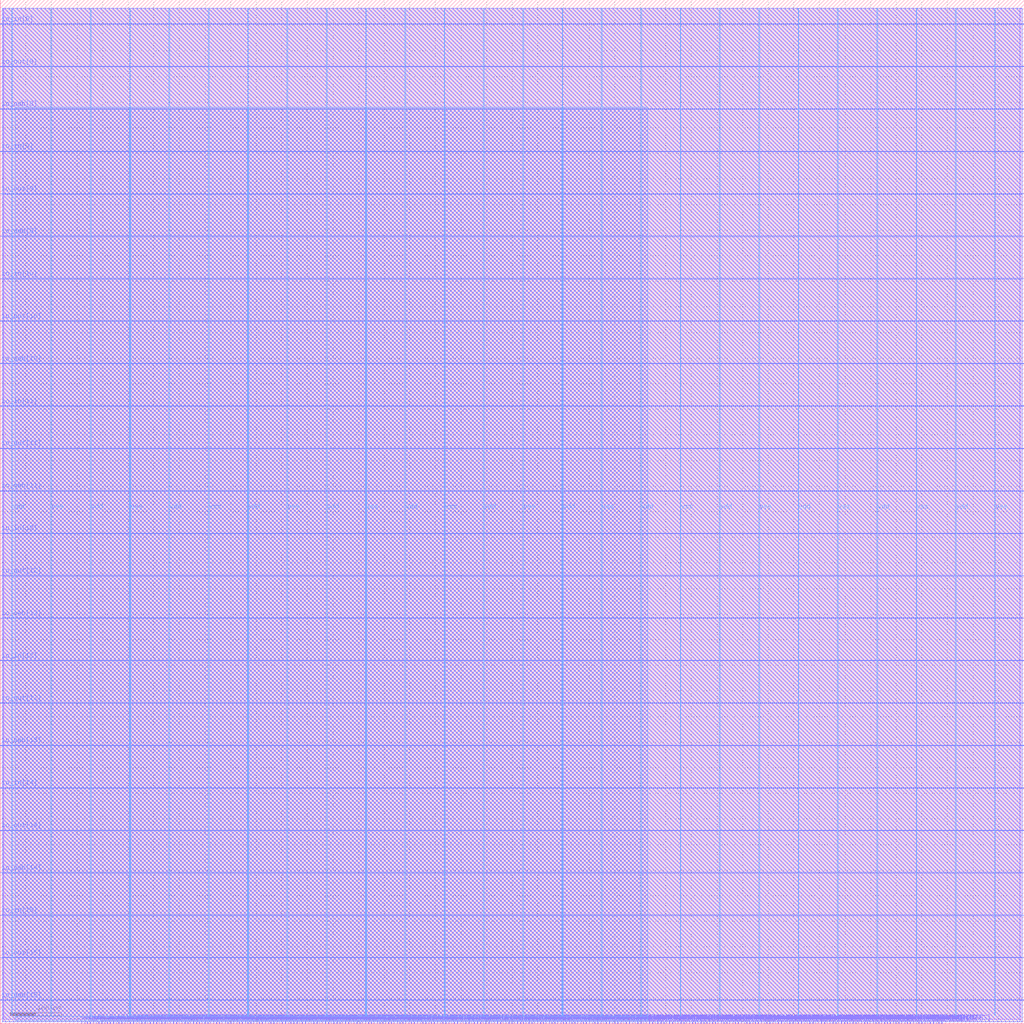
<source format=lef>
VERSION 5.7 ;
  NOWIREEXTENSIONATPIN ON ;
  DIVIDERCHAR "/" ;
  BUSBITCHARS "[]" ;
MACRO user_proj_example
  CLASS BLOCK ;
  FOREIGN user_proj_example ;
  ORIGIN 0.000 0.000 ;
  SIZE 2000.000 BY 2000.000 ;
  PIN io_in[0]
    DIRECTION INPUT ;
    USE SIGNAL ;
    PORT
      LAYER Metal3 ;
        RECT 1996.000 45.920 2000.000 46.480 ;
    END
  END io_in[0]
  PIN io_in[10]
    DIRECTION INPUT ;
    USE SIGNAL ;
    PORT
      LAYER Metal3 ;
        RECT 0.000 1454.880 4.000 1455.440 ;
    END
  END io_in[10]
  PIN io_in[11]
    DIRECTION INPUT ;
    USE SIGNAL ;
    PORT
      LAYER Metal3 ;
        RECT 0.000 1206.240 4.000 1206.800 ;
    END
  END io_in[11]
  PIN io_in[12]
    DIRECTION INPUT ;
    USE SIGNAL ;
    PORT
      LAYER Metal3 ;
        RECT 0.000 957.600 4.000 958.160 ;
    END
  END io_in[12]
  PIN io_in[13]
    DIRECTION INPUT ;
    USE SIGNAL ;
    PORT
      LAYER Metal3 ;
        RECT 0.000 708.960 4.000 709.520 ;
    END
  END io_in[13]
  PIN io_in[14]
    DIRECTION INPUT ;
    USE SIGNAL ;
    PORT
      LAYER Metal3 ;
        RECT 0.000 460.320 4.000 460.880 ;
    END
  END io_in[14]
  PIN io_in[15]
    DIRECTION INPUT ;
    USE SIGNAL ;
    PORT
      LAYER Metal3 ;
        RECT 0.000 211.680 4.000 212.240 ;
    END
  END io_in[15]
  PIN io_in[1]
    DIRECTION INPUT ;
    USE SIGNAL ;
    PORT
      LAYER Metal3 ;
        RECT 1996.000 294.560 2000.000 295.120 ;
    END
  END io_in[1]
  PIN io_in[2]
    DIRECTION INPUT ;
    USE SIGNAL ;
    PORT
      LAYER Metal3 ;
        RECT 1996.000 543.200 2000.000 543.760 ;
    END
  END io_in[2]
  PIN io_in[3]
    DIRECTION INPUT ;
    USE SIGNAL ;
    PORT
      LAYER Metal3 ;
        RECT 1996.000 791.840 2000.000 792.400 ;
    END
  END io_in[3]
  PIN io_in[4]
    DIRECTION INPUT ;
    USE SIGNAL ;
    PORT
      LAYER Metal3 ;
        RECT 1996.000 1040.480 2000.000 1041.040 ;
    END
  END io_in[4]
  PIN io_in[5]
    DIRECTION INPUT ;
    USE SIGNAL ;
    PORT
      LAYER Metal3 ;
        RECT 1996.000 1289.120 2000.000 1289.680 ;
    END
  END io_in[5]
  PIN io_in[6]
    DIRECTION INPUT ;
    USE SIGNAL ;
    PORT
      LAYER Metal3 ;
        RECT 1996.000 1537.760 2000.000 1538.320 ;
    END
  END io_in[6]
  PIN io_in[7]
    DIRECTION INPUT ;
    USE SIGNAL ;
    PORT
      LAYER Metal3 ;
        RECT 1996.000 1786.400 2000.000 1786.960 ;
    END
  END io_in[7]
  PIN io_in[8]
    DIRECTION INPUT ;
    USE SIGNAL ;
    PORT
      LAYER Metal3 ;
        RECT 0.000 1952.160 4.000 1952.720 ;
    END
  END io_in[8]
  PIN io_in[9]
    DIRECTION INPUT ;
    USE SIGNAL ;
    PORT
      LAYER Metal3 ;
        RECT 0.000 1703.520 4.000 1704.080 ;
    END
  END io_in[9]
  PIN io_oeb[0]
    DIRECTION OUTPUT TRISTATE ;
    USE SIGNAL ;
    ANTENNADIFFAREA 0.360800 ;
    PORT
      LAYER Metal3 ;
        RECT 1996.000 211.680 2000.000 212.240 ;
    END
  END io_oeb[0]
  PIN io_oeb[10]
    DIRECTION OUTPUT TRISTATE ;
    USE SIGNAL ;
    ANTENNADIFFAREA 0.360800 ;
    PORT
      LAYER Metal3 ;
        RECT 0.000 1289.120 4.000 1289.680 ;
    END
  END io_oeb[10]
  PIN io_oeb[11]
    DIRECTION OUTPUT TRISTATE ;
    USE SIGNAL ;
    ANTENNADIFFAREA 0.360800 ;
    PORT
      LAYER Metal3 ;
        RECT 0.000 1040.480 4.000 1041.040 ;
    END
  END io_oeb[11]
  PIN io_oeb[12]
    DIRECTION OUTPUT TRISTATE ;
    USE SIGNAL ;
    ANTENNADIFFAREA 0.360800 ;
    PORT
      LAYER Metal3 ;
        RECT 0.000 791.840 4.000 792.400 ;
    END
  END io_oeb[12]
  PIN io_oeb[13]
    DIRECTION OUTPUT TRISTATE ;
    USE SIGNAL ;
    ANTENNADIFFAREA 0.360800 ;
    PORT
      LAYER Metal3 ;
        RECT 0.000 543.200 4.000 543.760 ;
    END
  END io_oeb[13]
  PIN io_oeb[14]
    DIRECTION OUTPUT TRISTATE ;
    USE SIGNAL ;
    ANTENNADIFFAREA 0.360800 ;
    PORT
      LAYER Metal3 ;
        RECT 0.000 294.560 4.000 295.120 ;
    END
  END io_oeb[14]
  PIN io_oeb[15]
    DIRECTION OUTPUT TRISTATE ;
    USE SIGNAL ;
    ANTENNADIFFAREA 0.360800 ;
    PORT
      LAYER Metal3 ;
        RECT 0.000 45.920 4.000 46.480 ;
    END
  END io_oeb[15]
  PIN io_oeb[1]
    DIRECTION OUTPUT TRISTATE ;
    USE SIGNAL ;
    ANTENNADIFFAREA 0.360800 ;
    PORT
      LAYER Metal3 ;
        RECT 1996.000 460.320 2000.000 460.880 ;
    END
  END io_oeb[1]
  PIN io_oeb[2]
    DIRECTION OUTPUT TRISTATE ;
    USE SIGNAL ;
    ANTENNADIFFAREA 0.360800 ;
    PORT
      LAYER Metal3 ;
        RECT 1996.000 708.960 2000.000 709.520 ;
    END
  END io_oeb[2]
  PIN io_oeb[3]
    DIRECTION OUTPUT TRISTATE ;
    USE SIGNAL ;
    ANTENNADIFFAREA 0.360800 ;
    PORT
      LAYER Metal3 ;
        RECT 1996.000 957.600 2000.000 958.160 ;
    END
  END io_oeb[3]
  PIN io_oeb[4]
    DIRECTION OUTPUT TRISTATE ;
    USE SIGNAL ;
    ANTENNADIFFAREA 0.360800 ;
    PORT
      LAYER Metal3 ;
        RECT 1996.000 1206.240 2000.000 1206.800 ;
    END
  END io_oeb[4]
  PIN io_oeb[5]
    DIRECTION OUTPUT TRISTATE ;
    USE SIGNAL ;
    ANTENNADIFFAREA 0.360800 ;
    PORT
      LAYER Metal3 ;
        RECT 1996.000 1454.880 2000.000 1455.440 ;
    END
  END io_oeb[5]
  PIN io_oeb[6]
    DIRECTION OUTPUT TRISTATE ;
    USE SIGNAL ;
    ANTENNADIFFAREA 0.360800 ;
    PORT
      LAYER Metal3 ;
        RECT 1996.000 1703.520 2000.000 1704.080 ;
    END
  END io_oeb[6]
  PIN io_oeb[7]
    DIRECTION OUTPUT TRISTATE ;
    USE SIGNAL ;
    ANTENNADIFFAREA 0.360800 ;
    PORT
      LAYER Metal3 ;
        RECT 1996.000 1952.160 2000.000 1952.720 ;
    END
  END io_oeb[7]
  PIN io_oeb[8]
    DIRECTION OUTPUT TRISTATE ;
    USE SIGNAL ;
    ANTENNADIFFAREA 0.360800 ;
    PORT
      LAYER Metal3 ;
        RECT 0.000 1786.400 4.000 1786.960 ;
    END
  END io_oeb[8]
  PIN io_oeb[9]
    DIRECTION OUTPUT TRISTATE ;
    USE SIGNAL ;
    ANTENNADIFFAREA 0.360800 ;
    PORT
      LAYER Metal3 ;
        RECT 0.000 1537.760 4.000 1538.320 ;
    END
  END io_oeb[9]
  PIN io_out[0]
    DIRECTION OUTPUT TRISTATE ;
    USE SIGNAL ;
    ANTENNADIFFAREA 0.360800 ;
    PORT
      LAYER Metal3 ;
        RECT 1996.000 128.800 2000.000 129.360 ;
    END
  END io_out[0]
  PIN io_out[10]
    DIRECTION OUTPUT TRISTATE ;
    USE SIGNAL ;
    ANTENNADIFFAREA 0.360800 ;
    PORT
      LAYER Metal3 ;
        RECT 0.000 1372.000 4.000 1372.560 ;
    END
  END io_out[10]
  PIN io_out[11]
    DIRECTION OUTPUT TRISTATE ;
    USE SIGNAL ;
    ANTENNADIFFAREA 0.360800 ;
    PORT
      LAYER Metal3 ;
        RECT 0.000 1123.360 4.000 1123.920 ;
    END
  END io_out[11]
  PIN io_out[12]
    DIRECTION OUTPUT TRISTATE ;
    USE SIGNAL ;
    ANTENNADIFFAREA 0.360800 ;
    PORT
      LAYER Metal3 ;
        RECT 0.000 874.720 4.000 875.280 ;
    END
  END io_out[12]
  PIN io_out[13]
    DIRECTION OUTPUT TRISTATE ;
    USE SIGNAL ;
    ANTENNADIFFAREA 0.360800 ;
    PORT
      LAYER Metal3 ;
        RECT 0.000 626.080 4.000 626.640 ;
    END
  END io_out[13]
  PIN io_out[14]
    DIRECTION OUTPUT TRISTATE ;
    USE SIGNAL ;
    ANTENNADIFFAREA 0.360800 ;
    PORT
      LAYER Metal3 ;
        RECT 0.000 377.440 4.000 378.000 ;
    END
  END io_out[14]
  PIN io_out[15]
    DIRECTION OUTPUT TRISTATE ;
    USE SIGNAL ;
    ANTENNADIFFAREA 0.360800 ;
    PORT
      LAYER Metal3 ;
        RECT 0.000 128.800 4.000 129.360 ;
    END
  END io_out[15]
  PIN io_out[1]
    DIRECTION OUTPUT TRISTATE ;
    USE SIGNAL ;
    ANTENNADIFFAREA 0.360800 ;
    PORT
      LAYER Metal3 ;
        RECT 1996.000 377.440 2000.000 378.000 ;
    END
  END io_out[1]
  PIN io_out[2]
    DIRECTION OUTPUT TRISTATE ;
    USE SIGNAL ;
    ANTENNADIFFAREA 0.360800 ;
    PORT
      LAYER Metal3 ;
        RECT 1996.000 626.080 2000.000 626.640 ;
    END
  END io_out[2]
  PIN io_out[3]
    DIRECTION OUTPUT TRISTATE ;
    USE SIGNAL ;
    ANTENNADIFFAREA 0.360800 ;
    PORT
      LAYER Metal3 ;
        RECT 1996.000 874.720 2000.000 875.280 ;
    END
  END io_out[3]
  PIN io_out[4]
    DIRECTION OUTPUT TRISTATE ;
    USE SIGNAL ;
    ANTENNADIFFAREA 0.360800 ;
    PORT
      LAYER Metal3 ;
        RECT 1996.000 1123.360 2000.000 1123.920 ;
    END
  END io_out[4]
  PIN io_out[5]
    DIRECTION OUTPUT TRISTATE ;
    USE SIGNAL ;
    ANTENNADIFFAREA 0.360800 ;
    PORT
      LAYER Metal3 ;
        RECT 1996.000 1372.000 2000.000 1372.560 ;
    END
  END io_out[5]
  PIN io_out[6]
    DIRECTION OUTPUT TRISTATE ;
    USE SIGNAL ;
    ANTENNADIFFAREA 0.360800 ;
    PORT
      LAYER Metal3 ;
        RECT 1996.000 1620.640 2000.000 1621.200 ;
    END
  END io_out[6]
  PIN io_out[7]
    DIRECTION OUTPUT TRISTATE ;
    USE SIGNAL ;
    ANTENNADIFFAREA 0.360800 ;
    PORT
      LAYER Metal3 ;
        RECT 1996.000 1869.280 2000.000 1869.840 ;
    END
  END io_out[7]
  PIN io_out[8]
    DIRECTION OUTPUT TRISTATE ;
    USE SIGNAL ;
    ANTENNADIFFAREA 0.360800 ;
    PORT
      LAYER Metal3 ;
        RECT 0.000 1869.280 4.000 1869.840 ;
    END
  END io_out[8]
  PIN io_out[9]
    DIRECTION OUTPUT TRISTATE ;
    USE SIGNAL ;
    ANTENNADIFFAREA 0.360800 ;
    PORT
      LAYER Metal3 ;
        RECT 0.000 1620.640 4.000 1621.200 ;
    END
  END io_out[9]
  PIN irq[0]
    DIRECTION OUTPUT TRISTATE ;
    USE SIGNAL ;
    ANTENNADIFFAREA 0.360800 ;
    PORT
      LAYER Metal2 ;
        RECT 1827.840 0.000 1828.400 4.000 ;
    END
  END irq[0]
  PIN irq[1]
    DIRECTION OUTPUT TRISTATE ;
    USE SIGNAL ;
    ANTENNADIFFAREA 0.360800 ;
    PORT
      LAYER Metal2 ;
        RECT 1833.440 0.000 1834.000 4.000 ;
    END
  END irq[1]
  PIN irq[2]
    DIRECTION OUTPUT TRISTATE ;
    USE SIGNAL ;
    ANTENNADIFFAREA 0.360800 ;
    PORT
      LAYER Metal2 ;
        RECT 1839.040 0.000 1839.600 4.000 ;
    END
  END irq[2]
  PIN la_data_in[0]
    DIRECTION INPUT ;
    USE SIGNAL ;
    PORT
      LAYER Metal2 ;
        RECT 752.640 0.000 753.200 4.000 ;
    END
  END la_data_in[0]
  PIN la_data_in[10]
    DIRECTION INPUT ;
    USE SIGNAL ;
    PORT
      LAYER Metal2 ;
        RECT 920.640 0.000 921.200 4.000 ;
    END
  END la_data_in[10]
  PIN la_data_in[11]
    DIRECTION INPUT ;
    USE SIGNAL ;
    PORT
      LAYER Metal2 ;
        RECT 937.440 0.000 938.000 4.000 ;
    END
  END la_data_in[11]
  PIN la_data_in[12]
    DIRECTION INPUT ;
    USE SIGNAL ;
    PORT
      LAYER Metal2 ;
        RECT 954.240 0.000 954.800 4.000 ;
    END
  END la_data_in[12]
  PIN la_data_in[13]
    DIRECTION INPUT ;
    USE SIGNAL ;
    PORT
      LAYER Metal2 ;
        RECT 971.040 0.000 971.600 4.000 ;
    END
  END la_data_in[13]
  PIN la_data_in[14]
    DIRECTION INPUT ;
    USE SIGNAL ;
    PORT
      LAYER Metal2 ;
        RECT 987.840 0.000 988.400 4.000 ;
    END
  END la_data_in[14]
  PIN la_data_in[15]
    DIRECTION INPUT ;
    USE SIGNAL ;
    PORT
      LAYER Metal2 ;
        RECT 1004.640 0.000 1005.200 4.000 ;
    END
  END la_data_in[15]
  PIN la_data_in[16]
    DIRECTION INPUT ;
    USE SIGNAL ;
    PORT
      LAYER Metal2 ;
        RECT 1021.440 0.000 1022.000 4.000 ;
    END
  END la_data_in[16]
  PIN la_data_in[17]
    DIRECTION INPUT ;
    USE SIGNAL ;
    PORT
      LAYER Metal2 ;
        RECT 1038.240 0.000 1038.800 4.000 ;
    END
  END la_data_in[17]
  PIN la_data_in[18]
    DIRECTION INPUT ;
    USE SIGNAL ;
    PORT
      LAYER Metal2 ;
        RECT 1055.040 0.000 1055.600 4.000 ;
    END
  END la_data_in[18]
  PIN la_data_in[19]
    DIRECTION INPUT ;
    USE SIGNAL ;
    PORT
      LAYER Metal2 ;
        RECT 1071.840 0.000 1072.400 4.000 ;
    END
  END la_data_in[19]
  PIN la_data_in[1]
    DIRECTION INPUT ;
    USE SIGNAL ;
    PORT
      LAYER Metal2 ;
        RECT 769.440 0.000 770.000 4.000 ;
    END
  END la_data_in[1]
  PIN la_data_in[20]
    DIRECTION INPUT ;
    USE SIGNAL ;
    PORT
      LAYER Metal2 ;
        RECT 1088.640 0.000 1089.200 4.000 ;
    END
  END la_data_in[20]
  PIN la_data_in[21]
    DIRECTION INPUT ;
    USE SIGNAL ;
    PORT
      LAYER Metal2 ;
        RECT 1105.440 0.000 1106.000 4.000 ;
    END
  END la_data_in[21]
  PIN la_data_in[22]
    DIRECTION INPUT ;
    USE SIGNAL ;
    PORT
      LAYER Metal2 ;
        RECT 1122.240 0.000 1122.800 4.000 ;
    END
  END la_data_in[22]
  PIN la_data_in[23]
    DIRECTION INPUT ;
    USE SIGNAL ;
    PORT
      LAYER Metal2 ;
        RECT 1139.040 0.000 1139.600 4.000 ;
    END
  END la_data_in[23]
  PIN la_data_in[24]
    DIRECTION INPUT ;
    USE SIGNAL ;
    PORT
      LAYER Metal2 ;
        RECT 1155.840 0.000 1156.400 4.000 ;
    END
  END la_data_in[24]
  PIN la_data_in[25]
    DIRECTION INPUT ;
    USE SIGNAL ;
    PORT
      LAYER Metal2 ;
        RECT 1172.640 0.000 1173.200 4.000 ;
    END
  END la_data_in[25]
  PIN la_data_in[26]
    DIRECTION INPUT ;
    USE SIGNAL ;
    PORT
      LAYER Metal2 ;
        RECT 1189.440 0.000 1190.000 4.000 ;
    END
  END la_data_in[26]
  PIN la_data_in[27]
    DIRECTION INPUT ;
    USE SIGNAL ;
    PORT
      LAYER Metal2 ;
        RECT 1206.240 0.000 1206.800 4.000 ;
    END
  END la_data_in[27]
  PIN la_data_in[28]
    DIRECTION INPUT ;
    USE SIGNAL ;
    PORT
      LAYER Metal2 ;
        RECT 1223.040 0.000 1223.600 4.000 ;
    END
  END la_data_in[28]
  PIN la_data_in[29]
    DIRECTION INPUT ;
    USE SIGNAL ;
    PORT
      LAYER Metal2 ;
        RECT 1239.840 0.000 1240.400 4.000 ;
    END
  END la_data_in[29]
  PIN la_data_in[2]
    DIRECTION INPUT ;
    USE SIGNAL ;
    PORT
      LAYER Metal2 ;
        RECT 786.240 0.000 786.800 4.000 ;
    END
  END la_data_in[2]
  PIN la_data_in[30]
    DIRECTION INPUT ;
    USE SIGNAL ;
    PORT
      LAYER Metal2 ;
        RECT 1256.640 0.000 1257.200 4.000 ;
    END
  END la_data_in[30]
  PIN la_data_in[31]
    DIRECTION INPUT ;
    USE SIGNAL ;
    PORT
      LAYER Metal2 ;
        RECT 1273.440 0.000 1274.000 4.000 ;
    END
  END la_data_in[31]
  PIN la_data_in[32]
    DIRECTION INPUT ;
    USE SIGNAL ;
    PORT
      LAYER Metal2 ;
        RECT 1290.240 0.000 1290.800 4.000 ;
    END
  END la_data_in[32]
  PIN la_data_in[33]
    DIRECTION INPUT ;
    USE SIGNAL ;
    PORT
      LAYER Metal2 ;
        RECT 1307.040 0.000 1307.600 4.000 ;
    END
  END la_data_in[33]
  PIN la_data_in[34]
    DIRECTION INPUT ;
    USE SIGNAL ;
    PORT
      LAYER Metal2 ;
        RECT 1323.840 0.000 1324.400 4.000 ;
    END
  END la_data_in[34]
  PIN la_data_in[35]
    DIRECTION INPUT ;
    USE SIGNAL ;
    PORT
      LAYER Metal2 ;
        RECT 1340.640 0.000 1341.200 4.000 ;
    END
  END la_data_in[35]
  PIN la_data_in[36]
    DIRECTION INPUT ;
    USE SIGNAL ;
    PORT
      LAYER Metal2 ;
        RECT 1357.440 0.000 1358.000 4.000 ;
    END
  END la_data_in[36]
  PIN la_data_in[37]
    DIRECTION INPUT ;
    USE SIGNAL ;
    PORT
      LAYER Metal2 ;
        RECT 1374.240 0.000 1374.800 4.000 ;
    END
  END la_data_in[37]
  PIN la_data_in[38]
    DIRECTION INPUT ;
    USE SIGNAL ;
    PORT
      LAYER Metal2 ;
        RECT 1391.040 0.000 1391.600 4.000 ;
    END
  END la_data_in[38]
  PIN la_data_in[39]
    DIRECTION INPUT ;
    USE SIGNAL ;
    PORT
      LAYER Metal2 ;
        RECT 1407.840 0.000 1408.400 4.000 ;
    END
  END la_data_in[39]
  PIN la_data_in[3]
    DIRECTION INPUT ;
    USE SIGNAL ;
    PORT
      LAYER Metal2 ;
        RECT 803.040 0.000 803.600 4.000 ;
    END
  END la_data_in[3]
  PIN la_data_in[40]
    DIRECTION INPUT ;
    USE SIGNAL ;
    PORT
      LAYER Metal2 ;
        RECT 1424.640 0.000 1425.200 4.000 ;
    END
  END la_data_in[40]
  PIN la_data_in[41]
    DIRECTION INPUT ;
    USE SIGNAL ;
    PORT
      LAYER Metal2 ;
        RECT 1441.440 0.000 1442.000 4.000 ;
    END
  END la_data_in[41]
  PIN la_data_in[42]
    DIRECTION INPUT ;
    USE SIGNAL ;
    PORT
      LAYER Metal2 ;
        RECT 1458.240 0.000 1458.800 4.000 ;
    END
  END la_data_in[42]
  PIN la_data_in[43]
    DIRECTION INPUT ;
    USE SIGNAL ;
    PORT
      LAYER Metal2 ;
        RECT 1475.040 0.000 1475.600 4.000 ;
    END
  END la_data_in[43]
  PIN la_data_in[44]
    DIRECTION INPUT ;
    USE SIGNAL ;
    PORT
      LAYER Metal2 ;
        RECT 1491.840 0.000 1492.400 4.000 ;
    END
  END la_data_in[44]
  PIN la_data_in[45]
    DIRECTION INPUT ;
    USE SIGNAL ;
    PORT
      LAYER Metal2 ;
        RECT 1508.640 0.000 1509.200 4.000 ;
    END
  END la_data_in[45]
  PIN la_data_in[46]
    DIRECTION INPUT ;
    USE SIGNAL ;
    PORT
      LAYER Metal2 ;
        RECT 1525.440 0.000 1526.000 4.000 ;
    END
  END la_data_in[46]
  PIN la_data_in[47]
    DIRECTION INPUT ;
    USE SIGNAL ;
    PORT
      LAYER Metal2 ;
        RECT 1542.240 0.000 1542.800 4.000 ;
    END
  END la_data_in[47]
  PIN la_data_in[48]
    DIRECTION INPUT ;
    USE SIGNAL ;
    PORT
      LAYER Metal2 ;
        RECT 1559.040 0.000 1559.600 4.000 ;
    END
  END la_data_in[48]
  PIN la_data_in[49]
    DIRECTION INPUT ;
    USE SIGNAL ;
    PORT
      LAYER Metal2 ;
        RECT 1575.840 0.000 1576.400 4.000 ;
    END
  END la_data_in[49]
  PIN la_data_in[4]
    DIRECTION INPUT ;
    USE SIGNAL ;
    PORT
      LAYER Metal2 ;
        RECT 819.840 0.000 820.400 4.000 ;
    END
  END la_data_in[4]
  PIN la_data_in[50]
    DIRECTION INPUT ;
    USE SIGNAL ;
    PORT
      LAYER Metal2 ;
        RECT 1592.640 0.000 1593.200 4.000 ;
    END
  END la_data_in[50]
  PIN la_data_in[51]
    DIRECTION INPUT ;
    USE SIGNAL ;
    PORT
      LAYER Metal2 ;
        RECT 1609.440 0.000 1610.000 4.000 ;
    END
  END la_data_in[51]
  PIN la_data_in[52]
    DIRECTION INPUT ;
    USE SIGNAL ;
    PORT
      LAYER Metal2 ;
        RECT 1626.240 0.000 1626.800 4.000 ;
    END
  END la_data_in[52]
  PIN la_data_in[53]
    DIRECTION INPUT ;
    USE SIGNAL ;
    PORT
      LAYER Metal2 ;
        RECT 1643.040 0.000 1643.600 4.000 ;
    END
  END la_data_in[53]
  PIN la_data_in[54]
    DIRECTION INPUT ;
    USE SIGNAL ;
    PORT
      LAYER Metal2 ;
        RECT 1659.840 0.000 1660.400 4.000 ;
    END
  END la_data_in[54]
  PIN la_data_in[55]
    DIRECTION INPUT ;
    USE SIGNAL ;
    PORT
      LAYER Metal2 ;
        RECT 1676.640 0.000 1677.200 4.000 ;
    END
  END la_data_in[55]
  PIN la_data_in[56]
    DIRECTION INPUT ;
    USE SIGNAL ;
    PORT
      LAYER Metal2 ;
        RECT 1693.440 0.000 1694.000 4.000 ;
    END
  END la_data_in[56]
  PIN la_data_in[57]
    DIRECTION INPUT ;
    USE SIGNAL ;
    PORT
      LAYER Metal2 ;
        RECT 1710.240 0.000 1710.800 4.000 ;
    END
  END la_data_in[57]
  PIN la_data_in[58]
    DIRECTION INPUT ;
    USE SIGNAL ;
    PORT
      LAYER Metal2 ;
        RECT 1727.040 0.000 1727.600 4.000 ;
    END
  END la_data_in[58]
  PIN la_data_in[59]
    DIRECTION INPUT ;
    USE SIGNAL ;
    PORT
      LAYER Metal2 ;
        RECT 1743.840 0.000 1744.400 4.000 ;
    END
  END la_data_in[59]
  PIN la_data_in[5]
    DIRECTION INPUT ;
    USE SIGNAL ;
    PORT
      LAYER Metal2 ;
        RECT 836.640 0.000 837.200 4.000 ;
    END
  END la_data_in[5]
  PIN la_data_in[60]
    DIRECTION INPUT ;
    USE SIGNAL ;
    PORT
      LAYER Metal2 ;
        RECT 1760.640 0.000 1761.200 4.000 ;
    END
  END la_data_in[60]
  PIN la_data_in[61]
    DIRECTION INPUT ;
    USE SIGNAL ;
    PORT
      LAYER Metal2 ;
        RECT 1777.440 0.000 1778.000 4.000 ;
    END
  END la_data_in[61]
  PIN la_data_in[62]
    DIRECTION INPUT ;
    USE SIGNAL ;
    PORT
      LAYER Metal2 ;
        RECT 1794.240 0.000 1794.800 4.000 ;
    END
  END la_data_in[62]
  PIN la_data_in[63]
    DIRECTION INPUT ;
    USE SIGNAL ;
    PORT
      LAYER Metal2 ;
        RECT 1811.040 0.000 1811.600 4.000 ;
    END
  END la_data_in[63]
  PIN la_data_in[6]
    DIRECTION INPUT ;
    USE SIGNAL ;
    PORT
      LAYER Metal2 ;
        RECT 853.440 0.000 854.000 4.000 ;
    END
  END la_data_in[6]
  PIN la_data_in[7]
    DIRECTION INPUT ;
    USE SIGNAL ;
    PORT
      LAYER Metal2 ;
        RECT 870.240 0.000 870.800 4.000 ;
    END
  END la_data_in[7]
  PIN la_data_in[8]
    DIRECTION INPUT ;
    USE SIGNAL ;
    PORT
      LAYER Metal2 ;
        RECT 887.040 0.000 887.600 4.000 ;
    END
  END la_data_in[8]
  PIN la_data_in[9]
    DIRECTION INPUT ;
    USE SIGNAL ;
    PORT
      LAYER Metal2 ;
        RECT 903.840 0.000 904.400 4.000 ;
    END
  END la_data_in[9]
  PIN la_data_out[0]
    DIRECTION OUTPUT TRISTATE ;
    USE SIGNAL ;
    ANTENNADIFFAREA 0.360800 ;
    PORT
      LAYER Metal2 ;
        RECT 758.240 0.000 758.800 4.000 ;
    END
  END la_data_out[0]
  PIN la_data_out[10]
    DIRECTION OUTPUT TRISTATE ;
    USE SIGNAL ;
    ANTENNADIFFAREA 0.360800 ;
    PORT
      LAYER Metal2 ;
        RECT 926.240 0.000 926.800 4.000 ;
    END
  END la_data_out[10]
  PIN la_data_out[11]
    DIRECTION OUTPUT TRISTATE ;
    USE SIGNAL ;
    ANTENNADIFFAREA 0.360800 ;
    PORT
      LAYER Metal2 ;
        RECT 943.040 0.000 943.600 4.000 ;
    END
  END la_data_out[11]
  PIN la_data_out[12]
    DIRECTION OUTPUT TRISTATE ;
    USE SIGNAL ;
    ANTENNADIFFAREA 0.360800 ;
    PORT
      LAYER Metal2 ;
        RECT 959.840 0.000 960.400 4.000 ;
    END
  END la_data_out[12]
  PIN la_data_out[13]
    DIRECTION OUTPUT TRISTATE ;
    USE SIGNAL ;
    ANTENNADIFFAREA 0.360800 ;
    PORT
      LAYER Metal2 ;
        RECT 976.640 0.000 977.200 4.000 ;
    END
  END la_data_out[13]
  PIN la_data_out[14]
    DIRECTION OUTPUT TRISTATE ;
    USE SIGNAL ;
    ANTENNADIFFAREA 0.360800 ;
    PORT
      LAYER Metal2 ;
        RECT 993.440 0.000 994.000 4.000 ;
    END
  END la_data_out[14]
  PIN la_data_out[15]
    DIRECTION OUTPUT TRISTATE ;
    USE SIGNAL ;
    ANTENNADIFFAREA 0.360800 ;
    PORT
      LAYER Metal2 ;
        RECT 1010.240 0.000 1010.800 4.000 ;
    END
  END la_data_out[15]
  PIN la_data_out[16]
    DIRECTION OUTPUT TRISTATE ;
    USE SIGNAL ;
    ANTENNADIFFAREA 0.360800 ;
    PORT
      LAYER Metal2 ;
        RECT 1027.040 0.000 1027.600 4.000 ;
    END
  END la_data_out[16]
  PIN la_data_out[17]
    DIRECTION OUTPUT TRISTATE ;
    USE SIGNAL ;
    ANTENNADIFFAREA 0.360800 ;
    PORT
      LAYER Metal2 ;
        RECT 1043.840 0.000 1044.400 4.000 ;
    END
  END la_data_out[17]
  PIN la_data_out[18]
    DIRECTION OUTPUT TRISTATE ;
    USE SIGNAL ;
    ANTENNADIFFAREA 0.360800 ;
    PORT
      LAYER Metal2 ;
        RECT 1060.640 0.000 1061.200 4.000 ;
    END
  END la_data_out[18]
  PIN la_data_out[19]
    DIRECTION OUTPUT TRISTATE ;
    USE SIGNAL ;
    ANTENNADIFFAREA 0.360800 ;
    PORT
      LAYER Metal2 ;
        RECT 1077.440 0.000 1078.000 4.000 ;
    END
  END la_data_out[19]
  PIN la_data_out[1]
    DIRECTION OUTPUT TRISTATE ;
    USE SIGNAL ;
    ANTENNADIFFAREA 0.360800 ;
    PORT
      LAYER Metal2 ;
        RECT 775.040 0.000 775.600 4.000 ;
    END
  END la_data_out[1]
  PIN la_data_out[20]
    DIRECTION OUTPUT TRISTATE ;
    USE SIGNAL ;
    ANTENNADIFFAREA 0.360800 ;
    PORT
      LAYER Metal2 ;
        RECT 1094.240 0.000 1094.800 4.000 ;
    END
  END la_data_out[20]
  PIN la_data_out[21]
    DIRECTION OUTPUT TRISTATE ;
    USE SIGNAL ;
    ANTENNADIFFAREA 0.360800 ;
    PORT
      LAYER Metal2 ;
        RECT 1111.040 0.000 1111.600 4.000 ;
    END
  END la_data_out[21]
  PIN la_data_out[22]
    DIRECTION OUTPUT TRISTATE ;
    USE SIGNAL ;
    ANTENNADIFFAREA 0.360800 ;
    PORT
      LAYER Metal2 ;
        RECT 1127.840 0.000 1128.400 4.000 ;
    END
  END la_data_out[22]
  PIN la_data_out[23]
    DIRECTION OUTPUT TRISTATE ;
    USE SIGNAL ;
    ANTENNADIFFAREA 0.360800 ;
    PORT
      LAYER Metal2 ;
        RECT 1144.640 0.000 1145.200 4.000 ;
    END
  END la_data_out[23]
  PIN la_data_out[24]
    DIRECTION OUTPUT TRISTATE ;
    USE SIGNAL ;
    ANTENNADIFFAREA 0.360800 ;
    PORT
      LAYER Metal2 ;
        RECT 1161.440 0.000 1162.000 4.000 ;
    END
  END la_data_out[24]
  PIN la_data_out[25]
    DIRECTION OUTPUT TRISTATE ;
    USE SIGNAL ;
    ANTENNADIFFAREA 0.360800 ;
    PORT
      LAYER Metal2 ;
        RECT 1178.240 0.000 1178.800 4.000 ;
    END
  END la_data_out[25]
  PIN la_data_out[26]
    DIRECTION OUTPUT TRISTATE ;
    USE SIGNAL ;
    ANTENNADIFFAREA 0.360800 ;
    PORT
      LAYER Metal2 ;
        RECT 1195.040 0.000 1195.600 4.000 ;
    END
  END la_data_out[26]
  PIN la_data_out[27]
    DIRECTION OUTPUT TRISTATE ;
    USE SIGNAL ;
    ANTENNADIFFAREA 0.360800 ;
    PORT
      LAYER Metal2 ;
        RECT 1211.840 0.000 1212.400 4.000 ;
    END
  END la_data_out[27]
  PIN la_data_out[28]
    DIRECTION OUTPUT TRISTATE ;
    USE SIGNAL ;
    ANTENNADIFFAREA 0.360800 ;
    PORT
      LAYER Metal2 ;
        RECT 1228.640 0.000 1229.200 4.000 ;
    END
  END la_data_out[28]
  PIN la_data_out[29]
    DIRECTION OUTPUT TRISTATE ;
    USE SIGNAL ;
    ANTENNADIFFAREA 0.360800 ;
    PORT
      LAYER Metal2 ;
        RECT 1245.440 0.000 1246.000 4.000 ;
    END
  END la_data_out[29]
  PIN la_data_out[2]
    DIRECTION OUTPUT TRISTATE ;
    USE SIGNAL ;
    ANTENNADIFFAREA 0.360800 ;
    PORT
      LAYER Metal2 ;
        RECT 791.840 0.000 792.400 4.000 ;
    END
  END la_data_out[2]
  PIN la_data_out[30]
    DIRECTION OUTPUT TRISTATE ;
    USE SIGNAL ;
    ANTENNADIFFAREA 0.360800 ;
    PORT
      LAYER Metal2 ;
        RECT 1262.240 0.000 1262.800 4.000 ;
    END
  END la_data_out[30]
  PIN la_data_out[31]
    DIRECTION OUTPUT TRISTATE ;
    USE SIGNAL ;
    ANTENNADIFFAREA 0.360800 ;
    PORT
      LAYER Metal2 ;
        RECT 1279.040 0.000 1279.600 4.000 ;
    END
  END la_data_out[31]
  PIN la_data_out[32]
    DIRECTION OUTPUT TRISTATE ;
    USE SIGNAL ;
    ANTENNADIFFAREA 0.360800 ;
    PORT
      LAYER Metal2 ;
        RECT 1295.840 0.000 1296.400 4.000 ;
    END
  END la_data_out[32]
  PIN la_data_out[33]
    DIRECTION OUTPUT TRISTATE ;
    USE SIGNAL ;
    ANTENNADIFFAREA 0.360800 ;
    PORT
      LAYER Metal2 ;
        RECT 1312.640 0.000 1313.200 4.000 ;
    END
  END la_data_out[33]
  PIN la_data_out[34]
    DIRECTION OUTPUT TRISTATE ;
    USE SIGNAL ;
    ANTENNADIFFAREA 0.360800 ;
    PORT
      LAYER Metal2 ;
        RECT 1329.440 0.000 1330.000 4.000 ;
    END
  END la_data_out[34]
  PIN la_data_out[35]
    DIRECTION OUTPUT TRISTATE ;
    USE SIGNAL ;
    ANTENNADIFFAREA 0.360800 ;
    PORT
      LAYER Metal2 ;
        RECT 1346.240 0.000 1346.800 4.000 ;
    END
  END la_data_out[35]
  PIN la_data_out[36]
    DIRECTION OUTPUT TRISTATE ;
    USE SIGNAL ;
    ANTENNADIFFAREA 0.360800 ;
    PORT
      LAYER Metal2 ;
        RECT 1363.040 0.000 1363.600 4.000 ;
    END
  END la_data_out[36]
  PIN la_data_out[37]
    DIRECTION OUTPUT TRISTATE ;
    USE SIGNAL ;
    ANTENNADIFFAREA 0.360800 ;
    PORT
      LAYER Metal2 ;
        RECT 1379.840 0.000 1380.400 4.000 ;
    END
  END la_data_out[37]
  PIN la_data_out[38]
    DIRECTION OUTPUT TRISTATE ;
    USE SIGNAL ;
    ANTENNADIFFAREA 0.360800 ;
    PORT
      LAYER Metal2 ;
        RECT 1396.640 0.000 1397.200 4.000 ;
    END
  END la_data_out[38]
  PIN la_data_out[39]
    DIRECTION OUTPUT TRISTATE ;
    USE SIGNAL ;
    ANTENNADIFFAREA 0.360800 ;
    PORT
      LAYER Metal2 ;
        RECT 1413.440 0.000 1414.000 4.000 ;
    END
  END la_data_out[39]
  PIN la_data_out[3]
    DIRECTION OUTPUT TRISTATE ;
    USE SIGNAL ;
    ANTENNADIFFAREA 0.360800 ;
    PORT
      LAYER Metal2 ;
        RECT 808.640 0.000 809.200 4.000 ;
    END
  END la_data_out[3]
  PIN la_data_out[40]
    DIRECTION OUTPUT TRISTATE ;
    USE SIGNAL ;
    ANTENNADIFFAREA 0.360800 ;
    PORT
      LAYER Metal2 ;
        RECT 1430.240 0.000 1430.800 4.000 ;
    END
  END la_data_out[40]
  PIN la_data_out[41]
    DIRECTION OUTPUT TRISTATE ;
    USE SIGNAL ;
    ANTENNADIFFAREA 0.360800 ;
    PORT
      LAYER Metal2 ;
        RECT 1447.040 0.000 1447.600 4.000 ;
    END
  END la_data_out[41]
  PIN la_data_out[42]
    DIRECTION OUTPUT TRISTATE ;
    USE SIGNAL ;
    ANTENNADIFFAREA 0.360800 ;
    PORT
      LAYER Metal2 ;
        RECT 1463.840 0.000 1464.400 4.000 ;
    END
  END la_data_out[42]
  PIN la_data_out[43]
    DIRECTION OUTPUT TRISTATE ;
    USE SIGNAL ;
    ANTENNADIFFAREA 0.360800 ;
    PORT
      LAYER Metal2 ;
        RECT 1480.640 0.000 1481.200 4.000 ;
    END
  END la_data_out[43]
  PIN la_data_out[44]
    DIRECTION OUTPUT TRISTATE ;
    USE SIGNAL ;
    ANTENNADIFFAREA 0.360800 ;
    PORT
      LAYER Metal2 ;
        RECT 1497.440 0.000 1498.000 4.000 ;
    END
  END la_data_out[44]
  PIN la_data_out[45]
    DIRECTION OUTPUT TRISTATE ;
    USE SIGNAL ;
    ANTENNADIFFAREA 0.360800 ;
    PORT
      LAYER Metal2 ;
        RECT 1514.240 0.000 1514.800 4.000 ;
    END
  END la_data_out[45]
  PIN la_data_out[46]
    DIRECTION OUTPUT TRISTATE ;
    USE SIGNAL ;
    ANTENNADIFFAREA 0.360800 ;
    PORT
      LAYER Metal2 ;
        RECT 1531.040 0.000 1531.600 4.000 ;
    END
  END la_data_out[46]
  PIN la_data_out[47]
    DIRECTION OUTPUT TRISTATE ;
    USE SIGNAL ;
    ANTENNADIFFAREA 0.360800 ;
    PORT
      LAYER Metal2 ;
        RECT 1547.840 0.000 1548.400 4.000 ;
    END
  END la_data_out[47]
  PIN la_data_out[48]
    DIRECTION OUTPUT TRISTATE ;
    USE SIGNAL ;
    ANTENNADIFFAREA 0.360800 ;
    PORT
      LAYER Metal2 ;
        RECT 1564.640 0.000 1565.200 4.000 ;
    END
  END la_data_out[48]
  PIN la_data_out[49]
    DIRECTION OUTPUT TRISTATE ;
    USE SIGNAL ;
    ANTENNADIFFAREA 0.360800 ;
    PORT
      LAYER Metal2 ;
        RECT 1581.440 0.000 1582.000 4.000 ;
    END
  END la_data_out[49]
  PIN la_data_out[4]
    DIRECTION OUTPUT TRISTATE ;
    USE SIGNAL ;
    ANTENNADIFFAREA 0.360800 ;
    PORT
      LAYER Metal2 ;
        RECT 825.440 0.000 826.000 4.000 ;
    END
  END la_data_out[4]
  PIN la_data_out[50]
    DIRECTION OUTPUT TRISTATE ;
    USE SIGNAL ;
    ANTENNADIFFAREA 0.360800 ;
    PORT
      LAYER Metal2 ;
        RECT 1598.240 0.000 1598.800 4.000 ;
    END
  END la_data_out[50]
  PIN la_data_out[51]
    DIRECTION OUTPUT TRISTATE ;
    USE SIGNAL ;
    ANTENNADIFFAREA 0.360800 ;
    PORT
      LAYER Metal2 ;
        RECT 1615.040 0.000 1615.600 4.000 ;
    END
  END la_data_out[51]
  PIN la_data_out[52]
    DIRECTION OUTPUT TRISTATE ;
    USE SIGNAL ;
    ANTENNADIFFAREA 0.360800 ;
    PORT
      LAYER Metal2 ;
        RECT 1631.840 0.000 1632.400 4.000 ;
    END
  END la_data_out[52]
  PIN la_data_out[53]
    DIRECTION OUTPUT TRISTATE ;
    USE SIGNAL ;
    ANTENNADIFFAREA 0.360800 ;
    PORT
      LAYER Metal2 ;
        RECT 1648.640 0.000 1649.200 4.000 ;
    END
  END la_data_out[53]
  PIN la_data_out[54]
    DIRECTION OUTPUT TRISTATE ;
    USE SIGNAL ;
    ANTENNADIFFAREA 0.360800 ;
    PORT
      LAYER Metal2 ;
        RECT 1665.440 0.000 1666.000 4.000 ;
    END
  END la_data_out[54]
  PIN la_data_out[55]
    DIRECTION OUTPUT TRISTATE ;
    USE SIGNAL ;
    ANTENNADIFFAREA 0.360800 ;
    PORT
      LAYER Metal2 ;
        RECT 1682.240 0.000 1682.800 4.000 ;
    END
  END la_data_out[55]
  PIN la_data_out[56]
    DIRECTION OUTPUT TRISTATE ;
    USE SIGNAL ;
    ANTENNADIFFAREA 0.360800 ;
    PORT
      LAYER Metal2 ;
        RECT 1699.040 0.000 1699.600 4.000 ;
    END
  END la_data_out[56]
  PIN la_data_out[57]
    DIRECTION OUTPUT TRISTATE ;
    USE SIGNAL ;
    ANTENNADIFFAREA 0.360800 ;
    PORT
      LAYER Metal2 ;
        RECT 1715.840 0.000 1716.400 4.000 ;
    END
  END la_data_out[57]
  PIN la_data_out[58]
    DIRECTION OUTPUT TRISTATE ;
    USE SIGNAL ;
    ANTENNADIFFAREA 0.360800 ;
    PORT
      LAYER Metal2 ;
        RECT 1732.640 0.000 1733.200 4.000 ;
    END
  END la_data_out[58]
  PIN la_data_out[59]
    DIRECTION OUTPUT TRISTATE ;
    USE SIGNAL ;
    ANTENNADIFFAREA 0.360800 ;
    PORT
      LAYER Metal2 ;
        RECT 1749.440 0.000 1750.000 4.000 ;
    END
  END la_data_out[59]
  PIN la_data_out[5]
    DIRECTION OUTPUT TRISTATE ;
    USE SIGNAL ;
    ANTENNADIFFAREA 0.360800 ;
    PORT
      LAYER Metal2 ;
        RECT 842.240 0.000 842.800 4.000 ;
    END
  END la_data_out[5]
  PIN la_data_out[60]
    DIRECTION OUTPUT TRISTATE ;
    USE SIGNAL ;
    ANTENNADIFFAREA 0.360800 ;
    PORT
      LAYER Metal2 ;
        RECT 1766.240 0.000 1766.800 4.000 ;
    END
  END la_data_out[60]
  PIN la_data_out[61]
    DIRECTION OUTPUT TRISTATE ;
    USE SIGNAL ;
    ANTENNADIFFAREA 0.360800 ;
    PORT
      LAYER Metal2 ;
        RECT 1783.040 0.000 1783.600 4.000 ;
    END
  END la_data_out[61]
  PIN la_data_out[62]
    DIRECTION OUTPUT TRISTATE ;
    USE SIGNAL ;
    ANTENNADIFFAREA 0.360800 ;
    PORT
      LAYER Metal2 ;
        RECT 1799.840 0.000 1800.400 4.000 ;
    END
  END la_data_out[62]
  PIN la_data_out[63]
    DIRECTION OUTPUT TRISTATE ;
    USE SIGNAL ;
    ANTENNADIFFAREA 0.360800 ;
    PORT
      LAYER Metal2 ;
        RECT 1816.640 0.000 1817.200 4.000 ;
    END
  END la_data_out[63]
  PIN la_data_out[6]
    DIRECTION OUTPUT TRISTATE ;
    USE SIGNAL ;
    ANTENNADIFFAREA 0.360800 ;
    PORT
      LAYER Metal2 ;
        RECT 859.040 0.000 859.600 4.000 ;
    END
  END la_data_out[6]
  PIN la_data_out[7]
    DIRECTION OUTPUT TRISTATE ;
    USE SIGNAL ;
    ANTENNADIFFAREA 0.360800 ;
    PORT
      LAYER Metal2 ;
        RECT 875.840 0.000 876.400 4.000 ;
    END
  END la_data_out[7]
  PIN la_data_out[8]
    DIRECTION OUTPUT TRISTATE ;
    USE SIGNAL ;
    ANTENNADIFFAREA 0.360800 ;
    PORT
      LAYER Metal2 ;
        RECT 892.640 0.000 893.200 4.000 ;
    END
  END la_data_out[8]
  PIN la_data_out[9]
    DIRECTION OUTPUT TRISTATE ;
    USE SIGNAL ;
    ANTENNADIFFAREA 0.360800 ;
    PORT
      LAYER Metal2 ;
        RECT 909.440 0.000 910.000 4.000 ;
    END
  END la_data_out[9]
  PIN la_oenb[0]
    DIRECTION INPUT ;
    USE SIGNAL ;
    PORT
      LAYER Metal2 ;
        RECT 763.840 0.000 764.400 4.000 ;
    END
  END la_oenb[0]
  PIN la_oenb[10]
    DIRECTION INPUT ;
    USE SIGNAL ;
    PORT
      LAYER Metal2 ;
        RECT 931.840 0.000 932.400 4.000 ;
    END
  END la_oenb[10]
  PIN la_oenb[11]
    DIRECTION INPUT ;
    USE SIGNAL ;
    PORT
      LAYER Metal2 ;
        RECT 948.640 0.000 949.200 4.000 ;
    END
  END la_oenb[11]
  PIN la_oenb[12]
    DIRECTION INPUT ;
    USE SIGNAL ;
    PORT
      LAYER Metal2 ;
        RECT 965.440 0.000 966.000 4.000 ;
    END
  END la_oenb[12]
  PIN la_oenb[13]
    DIRECTION INPUT ;
    USE SIGNAL ;
    PORT
      LAYER Metal2 ;
        RECT 982.240 0.000 982.800 4.000 ;
    END
  END la_oenb[13]
  PIN la_oenb[14]
    DIRECTION INPUT ;
    USE SIGNAL ;
    PORT
      LAYER Metal2 ;
        RECT 999.040 0.000 999.600 4.000 ;
    END
  END la_oenb[14]
  PIN la_oenb[15]
    DIRECTION INPUT ;
    USE SIGNAL ;
    PORT
      LAYER Metal2 ;
        RECT 1015.840 0.000 1016.400 4.000 ;
    END
  END la_oenb[15]
  PIN la_oenb[16]
    DIRECTION INPUT ;
    USE SIGNAL ;
    PORT
      LAYER Metal2 ;
        RECT 1032.640 0.000 1033.200 4.000 ;
    END
  END la_oenb[16]
  PIN la_oenb[17]
    DIRECTION INPUT ;
    USE SIGNAL ;
    PORT
      LAYER Metal2 ;
        RECT 1049.440 0.000 1050.000 4.000 ;
    END
  END la_oenb[17]
  PIN la_oenb[18]
    DIRECTION INPUT ;
    USE SIGNAL ;
    PORT
      LAYER Metal2 ;
        RECT 1066.240 0.000 1066.800 4.000 ;
    END
  END la_oenb[18]
  PIN la_oenb[19]
    DIRECTION INPUT ;
    USE SIGNAL ;
    PORT
      LAYER Metal2 ;
        RECT 1083.040 0.000 1083.600 4.000 ;
    END
  END la_oenb[19]
  PIN la_oenb[1]
    DIRECTION INPUT ;
    USE SIGNAL ;
    PORT
      LAYER Metal2 ;
        RECT 780.640 0.000 781.200 4.000 ;
    END
  END la_oenb[1]
  PIN la_oenb[20]
    DIRECTION INPUT ;
    USE SIGNAL ;
    PORT
      LAYER Metal2 ;
        RECT 1099.840 0.000 1100.400 4.000 ;
    END
  END la_oenb[20]
  PIN la_oenb[21]
    DIRECTION INPUT ;
    USE SIGNAL ;
    PORT
      LAYER Metal2 ;
        RECT 1116.640 0.000 1117.200 4.000 ;
    END
  END la_oenb[21]
  PIN la_oenb[22]
    DIRECTION INPUT ;
    USE SIGNAL ;
    PORT
      LAYER Metal2 ;
        RECT 1133.440 0.000 1134.000 4.000 ;
    END
  END la_oenb[22]
  PIN la_oenb[23]
    DIRECTION INPUT ;
    USE SIGNAL ;
    PORT
      LAYER Metal2 ;
        RECT 1150.240 0.000 1150.800 4.000 ;
    END
  END la_oenb[23]
  PIN la_oenb[24]
    DIRECTION INPUT ;
    USE SIGNAL ;
    PORT
      LAYER Metal2 ;
        RECT 1167.040 0.000 1167.600 4.000 ;
    END
  END la_oenb[24]
  PIN la_oenb[25]
    DIRECTION INPUT ;
    USE SIGNAL ;
    PORT
      LAYER Metal2 ;
        RECT 1183.840 0.000 1184.400 4.000 ;
    END
  END la_oenb[25]
  PIN la_oenb[26]
    DIRECTION INPUT ;
    USE SIGNAL ;
    PORT
      LAYER Metal2 ;
        RECT 1200.640 0.000 1201.200 4.000 ;
    END
  END la_oenb[26]
  PIN la_oenb[27]
    DIRECTION INPUT ;
    USE SIGNAL ;
    PORT
      LAYER Metal2 ;
        RECT 1217.440 0.000 1218.000 4.000 ;
    END
  END la_oenb[27]
  PIN la_oenb[28]
    DIRECTION INPUT ;
    USE SIGNAL ;
    PORT
      LAYER Metal2 ;
        RECT 1234.240 0.000 1234.800 4.000 ;
    END
  END la_oenb[28]
  PIN la_oenb[29]
    DIRECTION INPUT ;
    USE SIGNAL ;
    PORT
      LAYER Metal2 ;
        RECT 1251.040 0.000 1251.600 4.000 ;
    END
  END la_oenb[29]
  PIN la_oenb[2]
    DIRECTION INPUT ;
    USE SIGNAL ;
    PORT
      LAYER Metal2 ;
        RECT 797.440 0.000 798.000 4.000 ;
    END
  END la_oenb[2]
  PIN la_oenb[30]
    DIRECTION INPUT ;
    USE SIGNAL ;
    PORT
      LAYER Metal2 ;
        RECT 1267.840 0.000 1268.400 4.000 ;
    END
  END la_oenb[30]
  PIN la_oenb[31]
    DIRECTION INPUT ;
    USE SIGNAL ;
    PORT
      LAYER Metal2 ;
        RECT 1284.640 0.000 1285.200 4.000 ;
    END
  END la_oenb[31]
  PIN la_oenb[32]
    DIRECTION INPUT ;
    USE SIGNAL ;
    PORT
      LAYER Metal2 ;
        RECT 1301.440 0.000 1302.000 4.000 ;
    END
  END la_oenb[32]
  PIN la_oenb[33]
    DIRECTION INPUT ;
    USE SIGNAL ;
    PORT
      LAYER Metal2 ;
        RECT 1318.240 0.000 1318.800 4.000 ;
    END
  END la_oenb[33]
  PIN la_oenb[34]
    DIRECTION INPUT ;
    USE SIGNAL ;
    PORT
      LAYER Metal2 ;
        RECT 1335.040 0.000 1335.600 4.000 ;
    END
  END la_oenb[34]
  PIN la_oenb[35]
    DIRECTION INPUT ;
    USE SIGNAL ;
    PORT
      LAYER Metal2 ;
        RECT 1351.840 0.000 1352.400 4.000 ;
    END
  END la_oenb[35]
  PIN la_oenb[36]
    DIRECTION INPUT ;
    USE SIGNAL ;
    PORT
      LAYER Metal2 ;
        RECT 1368.640 0.000 1369.200 4.000 ;
    END
  END la_oenb[36]
  PIN la_oenb[37]
    DIRECTION INPUT ;
    USE SIGNAL ;
    PORT
      LAYER Metal2 ;
        RECT 1385.440 0.000 1386.000 4.000 ;
    END
  END la_oenb[37]
  PIN la_oenb[38]
    DIRECTION INPUT ;
    USE SIGNAL ;
    PORT
      LAYER Metal2 ;
        RECT 1402.240 0.000 1402.800 4.000 ;
    END
  END la_oenb[38]
  PIN la_oenb[39]
    DIRECTION INPUT ;
    USE SIGNAL ;
    PORT
      LAYER Metal2 ;
        RECT 1419.040 0.000 1419.600 4.000 ;
    END
  END la_oenb[39]
  PIN la_oenb[3]
    DIRECTION INPUT ;
    USE SIGNAL ;
    PORT
      LAYER Metal2 ;
        RECT 814.240 0.000 814.800 4.000 ;
    END
  END la_oenb[3]
  PIN la_oenb[40]
    DIRECTION INPUT ;
    USE SIGNAL ;
    PORT
      LAYER Metal2 ;
        RECT 1435.840 0.000 1436.400 4.000 ;
    END
  END la_oenb[40]
  PIN la_oenb[41]
    DIRECTION INPUT ;
    USE SIGNAL ;
    PORT
      LAYER Metal2 ;
        RECT 1452.640 0.000 1453.200 4.000 ;
    END
  END la_oenb[41]
  PIN la_oenb[42]
    DIRECTION INPUT ;
    USE SIGNAL ;
    PORT
      LAYER Metal2 ;
        RECT 1469.440 0.000 1470.000 4.000 ;
    END
  END la_oenb[42]
  PIN la_oenb[43]
    DIRECTION INPUT ;
    USE SIGNAL ;
    PORT
      LAYER Metal2 ;
        RECT 1486.240 0.000 1486.800 4.000 ;
    END
  END la_oenb[43]
  PIN la_oenb[44]
    DIRECTION INPUT ;
    USE SIGNAL ;
    PORT
      LAYER Metal2 ;
        RECT 1503.040 0.000 1503.600 4.000 ;
    END
  END la_oenb[44]
  PIN la_oenb[45]
    DIRECTION INPUT ;
    USE SIGNAL ;
    PORT
      LAYER Metal2 ;
        RECT 1519.840 0.000 1520.400 4.000 ;
    END
  END la_oenb[45]
  PIN la_oenb[46]
    DIRECTION INPUT ;
    USE SIGNAL ;
    PORT
      LAYER Metal2 ;
        RECT 1536.640 0.000 1537.200 4.000 ;
    END
  END la_oenb[46]
  PIN la_oenb[47]
    DIRECTION INPUT ;
    USE SIGNAL ;
    PORT
      LAYER Metal2 ;
        RECT 1553.440 0.000 1554.000 4.000 ;
    END
  END la_oenb[47]
  PIN la_oenb[48]
    DIRECTION INPUT ;
    USE SIGNAL ;
    PORT
      LAYER Metal2 ;
        RECT 1570.240 0.000 1570.800 4.000 ;
    END
  END la_oenb[48]
  PIN la_oenb[49]
    DIRECTION INPUT ;
    USE SIGNAL ;
    PORT
      LAYER Metal2 ;
        RECT 1587.040 0.000 1587.600 4.000 ;
    END
  END la_oenb[49]
  PIN la_oenb[4]
    DIRECTION INPUT ;
    USE SIGNAL ;
    PORT
      LAYER Metal2 ;
        RECT 831.040 0.000 831.600 4.000 ;
    END
  END la_oenb[4]
  PIN la_oenb[50]
    DIRECTION INPUT ;
    USE SIGNAL ;
    PORT
      LAYER Metal2 ;
        RECT 1603.840 0.000 1604.400 4.000 ;
    END
  END la_oenb[50]
  PIN la_oenb[51]
    DIRECTION INPUT ;
    USE SIGNAL ;
    PORT
      LAYER Metal2 ;
        RECT 1620.640 0.000 1621.200 4.000 ;
    END
  END la_oenb[51]
  PIN la_oenb[52]
    DIRECTION INPUT ;
    USE SIGNAL ;
    PORT
      LAYER Metal2 ;
        RECT 1637.440 0.000 1638.000 4.000 ;
    END
  END la_oenb[52]
  PIN la_oenb[53]
    DIRECTION INPUT ;
    USE SIGNAL ;
    PORT
      LAYER Metal2 ;
        RECT 1654.240 0.000 1654.800 4.000 ;
    END
  END la_oenb[53]
  PIN la_oenb[54]
    DIRECTION INPUT ;
    USE SIGNAL ;
    PORT
      LAYER Metal2 ;
        RECT 1671.040 0.000 1671.600 4.000 ;
    END
  END la_oenb[54]
  PIN la_oenb[55]
    DIRECTION INPUT ;
    USE SIGNAL ;
    PORT
      LAYER Metal2 ;
        RECT 1687.840 0.000 1688.400 4.000 ;
    END
  END la_oenb[55]
  PIN la_oenb[56]
    DIRECTION INPUT ;
    USE SIGNAL ;
    PORT
      LAYER Metal2 ;
        RECT 1704.640 0.000 1705.200 4.000 ;
    END
  END la_oenb[56]
  PIN la_oenb[57]
    DIRECTION INPUT ;
    USE SIGNAL ;
    PORT
      LAYER Metal2 ;
        RECT 1721.440 0.000 1722.000 4.000 ;
    END
  END la_oenb[57]
  PIN la_oenb[58]
    DIRECTION INPUT ;
    USE SIGNAL ;
    PORT
      LAYER Metal2 ;
        RECT 1738.240 0.000 1738.800 4.000 ;
    END
  END la_oenb[58]
  PIN la_oenb[59]
    DIRECTION INPUT ;
    USE SIGNAL ;
    PORT
      LAYER Metal2 ;
        RECT 1755.040 0.000 1755.600 4.000 ;
    END
  END la_oenb[59]
  PIN la_oenb[5]
    DIRECTION INPUT ;
    USE SIGNAL ;
    PORT
      LAYER Metal2 ;
        RECT 847.840 0.000 848.400 4.000 ;
    END
  END la_oenb[5]
  PIN la_oenb[60]
    DIRECTION INPUT ;
    USE SIGNAL ;
    PORT
      LAYER Metal2 ;
        RECT 1771.840 0.000 1772.400 4.000 ;
    END
  END la_oenb[60]
  PIN la_oenb[61]
    DIRECTION INPUT ;
    USE SIGNAL ;
    PORT
      LAYER Metal2 ;
        RECT 1788.640 0.000 1789.200 4.000 ;
    END
  END la_oenb[61]
  PIN la_oenb[62]
    DIRECTION INPUT ;
    USE SIGNAL ;
    PORT
      LAYER Metal2 ;
        RECT 1805.440 0.000 1806.000 4.000 ;
    END
  END la_oenb[62]
  PIN la_oenb[63]
    DIRECTION INPUT ;
    USE SIGNAL ;
    PORT
      LAYER Metal2 ;
        RECT 1822.240 0.000 1822.800 4.000 ;
    END
  END la_oenb[63]
  PIN la_oenb[6]
    DIRECTION INPUT ;
    USE SIGNAL ;
    PORT
      LAYER Metal2 ;
        RECT 864.640 0.000 865.200 4.000 ;
    END
  END la_oenb[6]
  PIN la_oenb[7]
    DIRECTION INPUT ;
    USE SIGNAL ;
    PORT
      LAYER Metal2 ;
        RECT 881.440 0.000 882.000 4.000 ;
    END
  END la_oenb[7]
  PIN la_oenb[8]
    DIRECTION INPUT ;
    USE SIGNAL ;
    PORT
      LAYER Metal2 ;
        RECT 898.240 0.000 898.800 4.000 ;
    END
  END la_oenb[8]
  PIN la_oenb[9]
    DIRECTION INPUT ;
    USE SIGNAL ;
    PORT
      LAYER Metal2 ;
        RECT 915.040 0.000 915.600 4.000 ;
    END
  END la_oenb[9]
  PIN vdd
    DIRECTION INOUT ;
    USE POWER ;
    PORT
      LAYER Metal4 ;
        RECT 22.240 15.380 23.840 1983.820 ;
    END
    PORT
      LAYER Metal4 ;
        RECT 175.840 15.380 177.440 1983.820 ;
    END
    PORT
      LAYER Metal4 ;
        RECT 329.440 15.380 331.040 1983.820 ;
    END
    PORT
      LAYER Metal4 ;
        RECT 483.040 15.380 484.640 1983.820 ;
    END
    PORT
      LAYER Metal4 ;
        RECT 636.640 15.380 638.240 1983.820 ;
    END
    PORT
      LAYER Metal4 ;
        RECT 790.240 15.380 791.840 1983.820 ;
    END
    PORT
      LAYER Metal4 ;
        RECT 943.840 15.380 945.440 1983.820 ;
    END
    PORT
      LAYER Metal4 ;
        RECT 1097.440 15.380 1099.040 1983.820 ;
    END
    PORT
      LAYER Metal4 ;
        RECT 1251.040 15.380 1252.640 1983.820 ;
    END
    PORT
      LAYER Metal4 ;
        RECT 1404.640 15.380 1406.240 1983.820 ;
    END
    PORT
      LAYER Metal4 ;
        RECT 1558.240 15.380 1559.840 1983.820 ;
    END
    PORT
      LAYER Metal4 ;
        RECT 1711.840 15.380 1713.440 1983.820 ;
    END
    PORT
      LAYER Metal4 ;
        RECT 1865.440 15.380 1867.040 1983.820 ;
    END
  END vdd
  PIN vss
    DIRECTION INOUT ;
    USE GROUND ;
    PORT
      LAYER Metal4 ;
        RECT 99.040 15.380 100.640 1983.820 ;
    END
    PORT
      LAYER Metal4 ;
        RECT 252.640 15.380 254.240 1983.820 ;
    END
    PORT
      LAYER Metal4 ;
        RECT 406.240 15.380 407.840 1983.820 ;
    END
    PORT
      LAYER Metal4 ;
        RECT 559.840 15.380 561.440 1983.820 ;
    END
    PORT
      LAYER Metal4 ;
        RECT 713.440 15.380 715.040 1983.820 ;
    END
    PORT
      LAYER Metal4 ;
        RECT 867.040 15.380 868.640 1983.820 ;
    END
    PORT
      LAYER Metal4 ;
        RECT 1020.640 15.380 1022.240 1983.820 ;
    END
    PORT
      LAYER Metal4 ;
        RECT 1174.240 15.380 1175.840 1983.820 ;
    END
    PORT
      LAYER Metal4 ;
        RECT 1327.840 15.380 1329.440 1983.820 ;
    END
    PORT
      LAYER Metal4 ;
        RECT 1481.440 15.380 1483.040 1983.820 ;
    END
    PORT
      LAYER Metal4 ;
        RECT 1635.040 15.380 1636.640 1983.820 ;
    END
    PORT
      LAYER Metal4 ;
        RECT 1788.640 15.380 1790.240 1983.820 ;
    END
    PORT
      LAYER Metal4 ;
        RECT 1942.240 15.380 1943.840 1983.820 ;
    END
  END vss
  PIN wb_clk_i
    DIRECTION INPUT ;
    USE SIGNAL ;
    ANTENNAGATEAREA 4.738000 ;
    ANTENNADIFFAREA 0.410400 ;
    PORT
      LAYER Metal2 ;
        RECT 159.040 0.000 159.600 4.000 ;
    END
  END wb_clk_i
  PIN wb_rst_i
    DIRECTION INPUT ;
    USE SIGNAL ;
    ANTENNAGATEAREA 2.369000 ;
    ANTENNADIFFAREA 0.410400 ;
    PORT
      LAYER Metal2 ;
        RECT 164.640 0.000 165.200 4.000 ;
    END
  END wb_rst_i
  PIN wbs_ack_o
    DIRECTION OUTPUT TRISTATE ;
    USE SIGNAL ;
    ANTENNADIFFAREA 0.360800 ;
    PORT
      LAYER Metal2 ;
        RECT 170.240 0.000 170.800 4.000 ;
    END
  END wbs_ack_o
  PIN wbs_adr_i[0]
    DIRECTION INPUT ;
    USE SIGNAL ;
    PORT
      LAYER Metal2 ;
        RECT 192.640 0.000 193.200 4.000 ;
    END
  END wbs_adr_i[0]
  PIN wbs_adr_i[10]
    DIRECTION INPUT ;
    USE SIGNAL ;
    PORT
      LAYER Metal2 ;
        RECT 383.040 0.000 383.600 4.000 ;
    END
  END wbs_adr_i[10]
  PIN wbs_adr_i[11]
    DIRECTION INPUT ;
    USE SIGNAL ;
    PORT
      LAYER Metal2 ;
        RECT 399.840 0.000 400.400 4.000 ;
    END
  END wbs_adr_i[11]
  PIN wbs_adr_i[12]
    DIRECTION INPUT ;
    USE SIGNAL ;
    PORT
      LAYER Metal2 ;
        RECT 416.640 0.000 417.200 4.000 ;
    END
  END wbs_adr_i[12]
  PIN wbs_adr_i[13]
    DIRECTION INPUT ;
    USE SIGNAL ;
    PORT
      LAYER Metal2 ;
        RECT 433.440 0.000 434.000 4.000 ;
    END
  END wbs_adr_i[13]
  PIN wbs_adr_i[14]
    DIRECTION INPUT ;
    USE SIGNAL ;
    PORT
      LAYER Metal2 ;
        RECT 450.240 0.000 450.800 4.000 ;
    END
  END wbs_adr_i[14]
  PIN wbs_adr_i[15]
    DIRECTION INPUT ;
    USE SIGNAL ;
    PORT
      LAYER Metal2 ;
        RECT 467.040 0.000 467.600 4.000 ;
    END
  END wbs_adr_i[15]
  PIN wbs_adr_i[16]
    DIRECTION INPUT ;
    USE SIGNAL ;
    ANTENNAGATEAREA 0.741000 ;
    ANTENNADIFFAREA 0.410400 ;
    PORT
      LAYER Metal2 ;
        RECT 483.840 0.000 484.400 4.000 ;
    END
  END wbs_adr_i[16]
  PIN wbs_adr_i[17]
    DIRECTION INPUT ;
    USE SIGNAL ;
    ANTENNAGATEAREA 0.741000 ;
    ANTENNADIFFAREA 0.410400 ;
    PORT
      LAYER Metal2 ;
        RECT 500.640 0.000 501.200 4.000 ;
    END
  END wbs_adr_i[17]
  PIN wbs_adr_i[18]
    DIRECTION INPUT ;
    USE SIGNAL ;
    ANTENNAGATEAREA 0.741000 ;
    ANTENNADIFFAREA 0.410400 ;
    PORT
      LAYER Metal2 ;
        RECT 517.440 0.000 518.000 4.000 ;
    END
  END wbs_adr_i[18]
  PIN wbs_adr_i[19]
    DIRECTION INPUT ;
    USE SIGNAL ;
    ANTENNAGATEAREA 0.741000 ;
    ANTENNADIFFAREA 0.410400 ;
    PORT
      LAYER Metal2 ;
        RECT 534.240 0.000 534.800 4.000 ;
    END
  END wbs_adr_i[19]
  PIN wbs_adr_i[1]
    DIRECTION INPUT ;
    USE SIGNAL ;
    PORT
      LAYER Metal2 ;
        RECT 215.040 0.000 215.600 4.000 ;
    END
  END wbs_adr_i[1]
  PIN wbs_adr_i[20]
    DIRECTION INPUT ;
    USE SIGNAL ;
    ANTENNAGATEAREA 0.741000 ;
    ANTENNADIFFAREA 0.410400 ;
    PORT
      LAYER Metal2 ;
        RECT 551.040 0.000 551.600 4.000 ;
    END
  END wbs_adr_i[20]
  PIN wbs_adr_i[21]
    DIRECTION INPUT ;
    USE SIGNAL ;
    ANTENNAGATEAREA 0.741000 ;
    ANTENNADIFFAREA 0.410400 ;
    PORT
      LAYER Metal2 ;
        RECT 567.840 0.000 568.400 4.000 ;
    END
  END wbs_adr_i[21]
  PIN wbs_adr_i[22]
    DIRECTION INPUT ;
    USE SIGNAL ;
    ANTENNAGATEAREA 0.741000 ;
    ANTENNADIFFAREA 0.410400 ;
    PORT
      LAYER Metal2 ;
        RECT 584.640 0.000 585.200 4.000 ;
    END
  END wbs_adr_i[22]
  PIN wbs_adr_i[23]
    DIRECTION INPUT ;
    USE SIGNAL ;
    ANTENNAGATEAREA 0.741000 ;
    ANTENNADIFFAREA 0.410400 ;
    PORT
      LAYER Metal2 ;
        RECT 601.440 0.000 602.000 4.000 ;
    END
  END wbs_adr_i[23]
  PIN wbs_adr_i[24]
    DIRECTION INPUT ;
    USE SIGNAL ;
    PORT
      LAYER Metal2 ;
        RECT 618.240 0.000 618.800 4.000 ;
    END
  END wbs_adr_i[24]
  PIN wbs_adr_i[25]
    DIRECTION INPUT ;
    USE SIGNAL ;
    PORT
      LAYER Metal2 ;
        RECT 635.040 0.000 635.600 4.000 ;
    END
  END wbs_adr_i[25]
  PIN wbs_adr_i[26]
    DIRECTION INPUT ;
    USE SIGNAL ;
    PORT
      LAYER Metal2 ;
        RECT 651.840 0.000 652.400 4.000 ;
    END
  END wbs_adr_i[26]
  PIN wbs_adr_i[27]
    DIRECTION INPUT ;
    USE SIGNAL ;
    PORT
      LAYER Metal2 ;
        RECT 668.640 0.000 669.200 4.000 ;
    END
  END wbs_adr_i[27]
  PIN wbs_adr_i[28]
    DIRECTION INPUT ;
    USE SIGNAL ;
    PORT
      LAYER Metal2 ;
        RECT 685.440 0.000 686.000 4.000 ;
    END
  END wbs_adr_i[28]
  PIN wbs_adr_i[29]
    DIRECTION INPUT ;
    USE SIGNAL ;
    PORT
      LAYER Metal2 ;
        RECT 702.240 0.000 702.800 4.000 ;
    END
  END wbs_adr_i[29]
  PIN wbs_adr_i[2]
    DIRECTION INPUT ;
    USE SIGNAL ;
    PORT
      LAYER Metal2 ;
        RECT 237.440 0.000 238.000 4.000 ;
    END
  END wbs_adr_i[2]
  PIN wbs_adr_i[30]
    DIRECTION INPUT ;
    USE SIGNAL ;
    PORT
      LAYER Metal2 ;
        RECT 719.040 0.000 719.600 4.000 ;
    END
  END wbs_adr_i[30]
  PIN wbs_adr_i[31]
    DIRECTION INPUT ;
    USE SIGNAL ;
    PORT
      LAYER Metal2 ;
        RECT 735.840 0.000 736.400 4.000 ;
    END
  END wbs_adr_i[31]
  PIN wbs_adr_i[3]
    DIRECTION INPUT ;
    USE SIGNAL ;
    PORT
      LAYER Metal2 ;
        RECT 259.840 0.000 260.400 4.000 ;
    END
  END wbs_adr_i[3]
  PIN wbs_adr_i[4]
    DIRECTION INPUT ;
    USE SIGNAL ;
    PORT
      LAYER Metal2 ;
        RECT 282.240 0.000 282.800 4.000 ;
    END
  END wbs_adr_i[4]
  PIN wbs_adr_i[5]
    DIRECTION INPUT ;
    USE SIGNAL ;
    PORT
      LAYER Metal2 ;
        RECT 299.040 0.000 299.600 4.000 ;
    END
  END wbs_adr_i[5]
  PIN wbs_adr_i[6]
    DIRECTION INPUT ;
    USE SIGNAL ;
    PORT
      LAYER Metal2 ;
        RECT 315.840 0.000 316.400 4.000 ;
    END
  END wbs_adr_i[6]
  PIN wbs_adr_i[7]
    DIRECTION INPUT ;
    USE SIGNAL ;
    PORT
      LAYER Metal2 ;
        RECT 332.640 0.000 333.200 4.000 ;
    END
  END wbs_adr_i[7]
  PIN wbs_adr_i[8]
    DIRECTION INPUT ;
    USE SIGNAL ;
    PORT
      LAYER Metal2 ;
        RECT 349.440 0.000 350.000 4.000 ;
    END
  END wbs_adr_i[8]
  PIN wbs_adr_i[9]
    DIRECTION INPUT ;
    USE SIGNAL ;
    PORT
      LAYER Metal2 ;
        RECT 366.240 0.000 366.800 4.000 ;
    END
  END wbs_adr_i[9]
  PIN wbs_cyc_i
    DIRECTION INPUT ;
    USE SIGNAL ;
    ANTENNAGATEAREA 0.741000 ;
    ANTENNADIFFAREA 0.410400 ;
    PORT
      LAYER Metal2 ;
        RECT 175.840 0.000 176.400 4.000 ;
    END
  END wbs_cyc_i
  PIN wbs_dat_i[0]
    DIRECTION INPUT ;
    USE SIGNAL ;
    ANTENNAGATEAREA 0.741000 ;
    ANTENNADIFFAREA 0.410400 ;
    PORT
      LAYER Metal2 ;
        RECT 198.240 0.000 198.800 4.000 ;
    END
  END wbs_dat_i[0]
  PIN wbs_dat_i[10]
    DIRECTION INPUT ;
    USE SIGNAL ;
    ANTENNAGATEAREA 0.741000 ;
    ANTENNADIFFAREA 0.410400 ;
    PORT
      LAYER Metal2 ;
        RECT 388.640 0.000 389.200 4.000 ;
    END
  END wbs_dat_i[10]
  PIN wbs_dat_i[11]
    DIRECTION INPUT ;
    USE SIGNAL ;
    ANTENNAGATEAREA 0.741000 ;
    ANTENNADIFFAREA 0.410400 ;
    PORT
      LAYER Metal2 ;
        RECT 405.440 0.000 406.000 4.000 ;
    END
  END wbs_dat_i[11]
  PIN wbs_dat_i[12]
    DIRECTION INPUT ;
    USE SIGNAL ;
    ANTENNAGATEAREA 0.741000 ;
    ANTENNADIFFAREA 0.410400 ;
    PORT
      LAYER Metal2 ;
        RECT 422.240 0.000 422.800 4.000 ;
    END
  END wbs_dat_i[12]
  PIN wbs_dat_i[13]
    DIRECTION INPUT ;
    USE SIGNAL ;
    ANTENNAGATEAREA 0.741000 ;
    ANTENNADIFFAREA 0.410400 ;
    PORT
      LAYER Metal2 ;
        RECT 439.040 0.000 439.600 4.000 ;
    END
  END wbs_dat_i[13]
  PIN wbs_dat_i[14]
    DIRECTION INPUT ;
    USE SIGNAL ;
    ANTENNAGATEAREA 0.741000 ;
    ANTENNADIFFAREA 0.410400 ;
    PORT
      LAYER Metal2 ;
        RECT 455.840 0.000 456.400 4.000 ;
    END
  END wbs_dat_i[14]
  PIN wbs_dat_i[15]
    DIRECTION INPUT ;
    USE SIGNAL ;
    ANTENNAGATEAREA 0.741000 ;
    ANTENNADIFFAREA 0.410400 ;
    PORT
      LAYER Metal2 ;
        RECT 472.640 0.000 473.200 4.000 ;
    END
  END wbs_dat_i[15]
  PIN wbs_dat_i[16]
    DIRECTION INPUT ;
    USE SIGNAL ;
    ANTENNAGATEAREA 0.741000 ;
    ANTENNADIFFAREA 0.410400 ;
    PORT
      LAYER Metal2 ;
        RECT 489.440 0.000 490.000 4.000 ;
    END
  END wbs_dat_i[16]
  PIN wbs_dat_i[17]
    DIRECTION INPUT ;
    USE SIGNAL ;
    ANTENNAGATEAREA 0.741000 ;
    ANTENNADIFFAREA 0.410400 ;
    PORT
      LAYER Metal2 ;
        RECT 506.240 0.000 506.800 4.000 ;
    END
  END wbs_dat_i[17]
  PIN wbs_dat_i[18]
    DIRECTION INPUT ;
    USE SIGNAL ;
    ANTENNAGATEAREA 0.741000 ;
    ANTENNADIFFAREA 0.410400 ;
    PORT
      LAYER Metal2 ;
        RECT 523.040 0.000 523.600 4.000 ;
    END
  END wbs_dat_i[18]
  PIN wbs_dat_i[19]
    DIRECTION INPUT ;
    USE SIGNAL ;
    ANTENNAGATEAREA 0.741000 ;
    ANTENNADIFFAREA 0.410400 ;
    PORT
      LAYER Metal2 ;
        RECT 539.840 0.000 540.400 4.000 ;
    END
  END wbs_dat_i[19]
  PIN wbs_dat_i[1]
    DIRECTION INPUT ;
    USE SIGNAL ;
    ANTENNAGATEAREA 0.741000 ;
    ANTENNADIFFAREA 0.410400 ;
    PORT
      LAYER Metal2 ;
        RECT 220.640 0.000 221.200 4.000 ;
    END
  END wbs_dat_i[1]
  PIN wbs_dat_i[20]
    DIRECTION INPUT ;
    USE SIGNAL ;
    ANTENNAGATEAREA 0.741000 ;
    ANTENNADIFFAREA 0.410400 ;
    PORT
      LAYER Metal2 ;
        RECT 556.640 0.000 557.200 4.000 ;
    END
  END wbs_dat_i[20]
  PIN wbs_dat_i[21]
    DIRECTION INPUT ;
    USE SIGNAL ;
    ANTENNAGATEAREA 0.741000 ;
    ANTENNADIFFAREA 0.410400 ;
    PORT
      LAYER Metal2 ;
        RECT 573.440 0.000 574.000 4.000 ;
    END
  END wbs_dat_i[21]
  PIN wbs_dat_i[22]
    DIRECTION INPUT ;
    USE SIGNAL ;
    ANTENNAGATEAREA 0.741000 ;
    ANTENNADIFFAREA 0.410400 ;
    PORT
      LAYER Metal2 ;
        RECT 590.240 0.000 590.800 4.000 ;
    END
  END wbs_dat_i[22]
  PIN wbs_dat_i[23]
    DIRECTION INPUT ;
    USE SIGNAL ;
    ANTENNAGATEAREA 0.741000 ;
    ANTENNADIFFAREA 0.410400 ;
    PORT
      LAYER Metal2 ;
        RECT 607.040 0.000 607.600 4.000 ;
    END
  END wbs_dat_i[23]
  PIN wbs_dat_i[24]
    DIRECTION INPUT ;
    USE SIGNAL ;
    ANTENNAGATEAREA 0.741000 ;
    ANTENNADIFFAREA 0.410400 ;
    PORT
      LAYER Metal2 ;
        RECT 623.840 0.000 624.400 4.000 ;
    END
  END wbs_dat_i[24]
  PIN wbs_dat_i[25]
    DIRECTION INPUT ;
    USE SIGNAL ;
    ANTENNAGATEAREA 0.741000 ;
    ANTENNADIFFAREA 0.410400 ;
    PORT
      LAYER Metal2 ;
        RECT 640.640 0.000 641.200 4.000 ;
    END
  END wbs_dat_i[25]
  PIN wbs_dat_i[26]
    DIRECTION INPUT ;
    USE SIGNAL ;
    ANTENNAGATEAREA 0.741000 ;
    ANTENNADIFFAREA 0.410400 ;
    PORT
      LAYER Metal2 ;
        RECT 657.440 0.000 658.000 4.000 ;
    END
  END wbs_dat_i[26]
  PIN wbs_dat_i[27]
    DIRECTION INPUT ;
    USE SIGNAL ;
    ANTENNAGATEAREA 0.741000 ;
    ANTENNADIFFAREA 0.410400 ;
    PORT
      LAYER Metal2 ;
        RECT 674.240 0.000 674.800 4.000 ;
    END
  END wbs_dat_i[27]
  PIN wbs_dat_i[28]
    DIRECTION INPUT ;
    USE SIGNAL ;
    ANTENNAGATEAREA 0.741000 ;
    ANTENNADIFFAREA 0.410400 ;
    PORT
      LAYER Metal2 ;
        RECT 691.040 0.000 691.600 4.000 ;
    END
  END wbs_dat_i[28]
  PIN wbs_dat_i[29]
    DIRECTION INPUT ;
    USE SIGNAL ;
    ANTENNAGATEAREA 0.741000 ;
    ANTENNADIFFAREA 0.410400 ;
    PORT
      LAYER Metal2 ;
        RECT 707.840 0.000 708.400 4.000 ;
    END
  END wbs_dat_i[29]
  PIN wbs_dat_i[2]
    DIRECTION INPUT ;
    USE SIGNAL ;
    ANTENNAGATEAREA 0.741000 ;
    ANTENNADIFFAREA 0.410400 ;
    PORT
      LAYER Metal2 ;
        RECT 243.040 0.000 243.600 4.000 ;
    END
  END wbs_dat_i[2]
  PIN wbs_dat_i[30]
    DIRECTION INPUT ;
    USE SIGNAL ;
    ANTENNAGATEAREA 0.741000 ;
    ANTENNADIFFAREA 0.410400 ;
    PORT
      LAYER Metal2 ;
        RECT 724.640 0.000 725.200 4.000 ;
    END
  END wbs_dat_i[30]
  PIN wbs_dat_i[31]
    DIRECTION INPUT ;
    USE SIGNAL ;
    ANTENNAGATEAREA 0.741000 ;
    ANTENNADIFFAREA 0.410400 ;
    PORT
      LAYER Metal2 ;
        RECT 741.440 0.000 742.000 4.000 ;
    END
  END wbs_dat_i[31]
  PIN wbs_dat_i[3]
    DIRECTION INPUT ;
    USE SIGNAL ;
    ANTENNAGATEAREA 0.741000 ;
    ANTENNADIFFAREA 0.410400 ;
    PORT
      LAYER Metal2 ;
        RECT 265.440 0.000 266.000 4.000 ;
    END
  END wbs_dat_i[3]
  PIN wbs_dat_i[4]
    DIRECTION INPUT ;
    USE SIGNAL ;
    ANTENNAGATEAREA 0.741000 ;
    ANTENNADIFFAREA 0.410400 ;
    PORT
      LAYER Metal2 ;
        RECT 287.840 0.000 288.400 4.000 ;
    END
  END wbs_dat_i[4]
  PIN wbs_dat_i[5]
    DIRECTION INPUT ;
    USE SIGNAL ;
    ANTENNAGATEAREA 0.741000 ;
    ANTENNADIFFAREA 0.410400 ;
    PORT
      LAYER Metal2 ;
        RECT 304.640 0.000 305.200 4.000 ;
    END
  END wbs_dat_i[5]
  PIN wbs_dat_i[6]
    DIRECTION INPUT ;
    USE SIGNAL ;
    ANTENNAGATEAREA 0.741000 ;
    ANTENNADIFFAREA 0.410400 ;
    PORT
      LAYER Metal2 ;
        RECT 321.440 0.000 322.000 4.000 ;
    END
  END wbs_dat_i[6]
  PIN wbs_dat_i[7]
    DIRECTION INPUT ;
    USE SIGNAL ;
    ANTENNAGATEAREA 0.741000 ;
    ANTENNADIFFAREA 0.410400 ;
    PORT
      LAYER Metal2 ;
        RECT 338.240 0.000 338.800 4.000 ;
    END
  END wbs_dat_i[7]
  PIN wbs_dat_i[8]
    DIRECTION INPUT ;
    USE SIGNAL ;
    ANTENNAGATEAREA 0.741000 ;
    ANTENNADIFFAREA 0.410400 ;
    PORT
      LAYER Metal2 ;
        RECT 355.040 0.000 355.600 4.000 ;
    END
  END wbs_dat_i[8]
  PIN wbs_dat_i[9]
    DIRECTION INPUT ;
    USE SIGNAL ;
    ANTENNAGATEAREA 0.741000 ;
    ANTENNADIFFAREA 0.410400 ;
    PORT
      LAYER Metal2 ;
        RECT 371.840 0.000 372.400 4.000 ;
    END
  END wbs_dat_i[9]
  PIN wbs_dat_o[0]
    DIRECTION OUTPUT TRISTATE ;
    USE SIGNAL ;
    ANTENNADIFFAREA 4.731200 ;
    PORT
      LAYER Metal2 ;
        RECT 203.840 0.000 204.400 4.000 ;
    END
  END wbs_dat_o[0]
  PIN wbs_dat_o[10]
    DIRECTION OUTPUT TRISTATE ;
    USE SIGNAL ;
    ANTENNADIFFAREA 0.897600 ;
    PORT
      LAYER Metal2 ;
        RECT 394.240 0.000 394.800 4.000 ;
    END
  END wbs_dat_o[10]
  PIN wbs_dat_o[11]
    DIRECTION OUTPUT TRISTATE ;
    USE SIGNAL ;
    ANTENNADIFFAREA 0.897600 ;
    PORT
      LAYER Metal2 ;
        RECT 411.040 0.000 411.600 4.000 ;
    END
  END wbs_dat_o[11]
  PIN wbs_dat_o[12]
    DIRECTION OUTPUT TRISTATE ;
    USE SIGNAL ;
    ANTENNADIFFAREA 4.731200 ;
    PORT
      LAYER Metal2 ;
        RECT 427.840 0.000 428.400 4.000 ;
    END
  END wbs_dat_o[12]
  PIN wbs_dat_o[13]
    DIRECTION OUTPUT TRISTATE ;
    USE SIGNAL ;
    ANTENNADIFFAREA 4.731200 ;
    PORT
      LAYER Metal2 ;
        RECT 444.640 0.000 445.200 4.000 ;
    END
  END wbs_dat_o[13]
  PIN wbs_dat_o[14]
    DIRECTION OUTPUT TRISTATE ;
    USE SIGNAL ;
    ANTENNADIFFAREA 4.731200 ;
    PORT
      LAYER Metal2 ;
        RECT 461.440 0.000 462.000 4.000 ;
    END
  END wbs_dat_o[14]
  PIN wbs_dat_o[15]
    DIRECTION OUTPUT TRISTATE ;
    USE SIGNAL ;
    ANTENNADIFFAREA 0.897600 ;
    PORT
      LAYER Metal2 ;
        RECT 478.240 0.000 478.800 4.000 ;
    END
  END wbs_dat_o[15]
  PIN wbs_dat_o[16]
    DIRECTION OUTPUT TRISTATE ;
    USE SIGNAL ;
    ANTENNADIFFAREA 0.897600 ;
    PORT
      LAYER Metal2 ;
        RECT 495.040 0.000 495.600 4.000 ;
    END
  END wbs_dat_o[16]
  PIN wbs_dat_o[17]
    DIRECTION OUTPUT TRISTATE ;
    USE SIGNAL ;
    ANTENNADIFFAREA 4.731200 ;
    PORT
      LAYER Metal2 ;
        RECT 511.840 0.000 512.400 4.000 ;
    END
  END wbs_dat_o[17]
  PIN wbs_dat_o[18]
    DIRECTION OUTPUT TRISTATE ;
    USE SIGNAL ;
    ANTENNADIFFAREA 4.731200 ;
    PORT
      LAYER Metal2 ;
        RECT 528.640 0.000 529.200 4.000 ;
    END
  END wbs_dat_o[18]
  PIN wbs_dat_o[19]
    DIRECTION OUTPUT TRISTATE ;
    USE SIGNAL ;
    ANTENNADIFFAREA 4.731200 ;
    PORT
      LAYER Metal2 ;
        RECT 545.440 0.000 546.000 4.000 ;
    END
  END wbs_dat_o[19]
  PIN wbs_dat_o[1]
    DIRECTION OUTPUT TRISTATE ;
    USE SIGNAL ;
    ANTENNADIFFAREA 4.731200 ;
    PORT
      LAYER Metal2 ;
        RECT 226.240 0.000 226.800 4.000 ;
    END
  END wbs_dat_o[1]
  PIN wbs_dat_o[20]
    DIRECTION OUTPUT TRISTATE ;
    USE SIGNAL ;
    ANTENNADIFFAREA 4.731200 ;
    PORT
      LAYER Metal2 ;
        RECT 562.240 0.000 562.800 4.000 ;
    END
  END wbs_dat_o[20]
  PIN wbs_dat_o[21]
    DIRECTION OUTPUT TRISTATE ;
    USE SIGNAL ;
    ANTENNADIFFAREA 4.731200 ;
    PORT
      LAYER Metal2 ;
        RECT 579.040 0.000 579.600 4.000 ;
    END
  END wbs_dat_o[21]
  PIN wbs_dat_o[22]
    DIRECTION OUTPUT TRISTATE ;
    USE SIGNAL ;
    ANTENNADIFFAREA 4.731200 ;
    PORT
      LAYER Metal2 ;
        RECT 595.840 0.000 596.400 4.000 ;
    END
  END wbs_dat_o[22]
  PIN wbs_dat_o[23]
    DIRECTION OUTPUT TRISTATE ;
    USE SIGNAL ;
    ANTENNADIFFAREA 0.897600 ;
    PORT
      LAYER Metal2 ;
        RECT 612.640 0.000 613.200 4.000 ;
    END
  END wbs_dat_o[23]
  PIN wbs_dat_o[24]
    DIRECTION OUTPUT TRISTATE ;
    USE SIGNAL ;
    ANTENNADIFFAREA 4.731200 ;
    PORT
      LAYER Metal2 ;
        RECT 629.440 0.000 630.000 4.000 ;
    END
  END wbs_dat_o[24]
  PIN wbs_dat_o[25]
    DIRECTION OUTPUT TRISTATE ;
    USE SIGNAL ;
    ANTENNADIFFAREA 4.731200 ;
    PORT
      LAYER Metal2 ;
        RECT 646.240 0.000 646.800 4.000 ;
    END
  END wbs_dat_o[25]
  PIN wbs_dat_o[26]
    DIRECTION OUTPUT TRISTATE ;
    USE SIGNAL ;
    ANTENNADIFFAREA 4.731200 ;
    PORT
      LAYER Metal2 ;
        RECT 663.040 0.000 663.600 4.000 ;
    END
  END wbs_dat_o[26]
  PIN wbs_dat_o[27]
    DIRECTION OUTPUT TRISTATE ;
    USE SIGNAL ;
    ANTENNADIFFAREA 0.897600 ;
    PORT
      LAYER Metal2 ;
        RECT 679.840 0.000 680.400 4.000 ;
    END
  END wbs_dat_o[27]
  PIN wbs_dat_o[28]
    DIRECTION OUTPUT TRISTATE ;
    USE SIGNAL ;
    ANTENNADIFFAREA 0.897600 ;
    PORT
      LAYER Metal2 ;
        RECT 696.640 0.000 697.200 4.000 ;
    END
  END wbs_dat_o[28]
  PIN wbs_dat_o[29]
    DIRECTION OUTPUT TRISTATE ;
    USE SIGNAL ;
    ANTENNADIFFAREA 4.731200 ;
    PORT
      LAYER Metal2 ;
        RECT 713.440 0.000 714.000 4.000 ;
    END
  END wbs_dat_o[29]
  PIN wbs_dat_o[2]
    DIRECTION OUTPUT TRISTATE ;
    USE SIGNAL ;
    ANTENNADIFFAREA 0.897600 ;
    PORT
      LAYER Metal2 ;
        RECT 248.640 0.000 249.200 4.000 ;
    END
  END wbs_dat_o[2]
  PIN wbs_dat_o[30]
    DIRECTION OUTPUT TRISTATE ;
    USE SIGNAL ;
    ANTENNADIFFAREA 4.731200 ;
    PORT
      LAYER Metal2 ;
        RECT 730.240 0.000 730.800 4.000 ;
    END
  END wbs_dat_o[30]
  PIN wbs_dat_o[31]
    DIRECTION OUTPUT TRISTATE ;
    USE SIGNAL ;
    ANTENNADIFFAREA 0.897600 ;
    PORT
      LAYER Metal2 ;
        RECT 747.040 0.000 747.600 4.000 ;
    END
  END wbs_dat_o[31]
  PIN wbs_dat_o[3]
    DIRECTION OUTPUT TRISTATE ;
    USE SIGNAL ;
    ANTENNADIFFAREA 4.731200 ;
    PORT
      LAYER Metal2 ;
        RECT 271.040 0.000 271.600 4.000 ;
    END
  END wbs_dat_o[3]
  PIN wbs_dat_o[4]
    DIRECTION OUTPUT TRISTATE ;
    USE SIGNAL ;
    ANTENNADIFFAREA 0.897600 ;
    PORT
      LAYER Metal2 ;
        RECT 293.440 0.000 294.000 4.000 ;
    END
  END wbs_dat_o[4]
  PIN wbs_dat_o[5]
    DIRECTION OUTPUT TRISTATE ;
    USE SIGNAL ;
    ANTENNADIFFAREA 4.731200 ;
    PORT
      LAYER Metal2 ;
        RECT 310.240 0.000 310.800 4.000 ;
    END
  END wbs_dat_o[5]
  PIN wbs_dat_o[6]
    DIRECTION OUTPUT TRISTATE ;
    USE SIGNAL ;
    ANTENNADIFFAREA 4.731200 ;
    PORT
      LAYER Metal2 ;
        RECT 327.040 0.000 327.600 4.000 ;
    END
  END wbs_dat_o[6]
  PIN wbs_dat_o[7]
    DIRECTION OUTPUT TRISTATE ;
    USE SIGNAL ;
    ANTENNADIFFAREA 0.897600 ;
    PORT
      LAYER Metal2 ;
        RECT 343.840 0.000 344.400 4.000 ;
    END
  END wbs_dat_o[7]
  PIN wbs_dat_o[8]
    DIRECTION OUTPUT TRISTATE ;
    USE SIGNAL ;
    ANTENNADIFFAREA 4.731200 ;
    PORT
      LAYER Metal2 ;
        RECT 360.640 0.000 361.200 4.000 ;
    END
  END wbs_dat_o[8]
  PIN wbs_dat_o[9]
    DIRECTION OUTPUT TRISTATE ;
    USE SIGNAL ;
    ANTENNADIFFAREA 4.731200 ;
    PORT
      LAYER Metal2 ;
        RECT 377.440 0.000 378.000 4.000 ;
    END
  END wbs_dat_o[9]
  PIN wbs_sel_i[0]
    DIRECTION INPUT ;
    USE SIGNAL ;
    PORT
      LAYER Metal2 ;
        RECT 209.440 0.000 210.000 4.000 ;
    END
  END wbs_sel_i[0]
  PIN wbs_sel_i[1]
    DIRECTION INPUT ;
    USE SIGNAL ;
    PORT
      LAYER Metal2 ;
        RECT 231.840 0.000 232.400 4.000 ;
    END
  END wbs_sel_i[1]
  PIN wbs_sel_i[2]
    DIRECTION INPUT ;
    USE SIGNAL ;
    PORT
      LAYER Metal2 ;
        RECT 254.240 0.000 254.800 4.000 ;
    END
  END wbs_sel_i[2]
  PIN wbs_sel_i[3]
    DIRECTION INPUT ;
    USE SIGNAL ;
    PORT
      LAYER Metal2 ;
        RECT 276.640 0.000 277.200 4.000 ;
    END
  END wbs_sel_i[3]
  PIN wbs_stb_i
    DIRECTION INPUT ;
    USE SIGNAL ;
    ANTENNAGATEAREA 0.741000 ;
    ANTENNADIFFAREA 0.410400 ;
    PORT
      LAYER Metal2 ;
        RECT 181.440 0.000 182.000 4.000 ;
    END
  END wbs_stb_i
  PIN wbs_we_i
    DIRECTION INPUT ;
    USE SIGNAL ;
    ANTENNAGATEAREA 1.102000 ;
    ANTENNADIFFAREA 0.410400 ;
    PORT
      LAYER Metal2 ;
        RECT 187.040 0.000 187.600 4.000 ;
    END
  END wbs_we_i
  OBS
      LAYER Metal1 ;
        RECT 6.720 8.550 1993.040 1983.820 ;
      LAYER Metal2 ;
        RECT 6.300 4.300 1991.220 1983.710 ;
        RECT 6.300 3.500 158.740 4.300 ;
        RECT 159.900 3.500 164.340 4.300 ;
        RECT 165.500 3.500 169.940 4.300 ;
        RECT 171.100 3.500 175.540 4.300 ;
        RECT 176.700 3.500 181.140 4.300 ;
        RECT 182.300 3.500 186.740 4.300 ;
        RECT 187.900 3.500 192.340 4.300 ;
        RECT 193.500 3.500 197.940 4.300 ;
        RECT 199.100 3.500 203.540 4.300 ;
        RECT 204.700 3.500 209.140 4.300 ;
        RECT 210.300 3.500 214.740 4.300 ;
        RECT 215.900 3.500 220.340 4.300 ;
        RECT 221.500 3.500 225.940 4.300 ;
        RECT 227.100 3.500 231.540 4.300 ;
        RECT 232.700 3.500 237.140 4.300 ;
        RECT 238.300 3.500 242.740 4.300 ;
        RECT 243.900 3.500 248.340 4.300 ;
        RECT 249.500 3.500 253.940 4.300 ;
        RECT 255.100 3.500 259.540 4.300 ;
        RECT 260.700 3.500 265.140 4.300 ;
        RECT 266.300 3.500 270.740 4.300 ;
        RECT 271.900 3.500 276.340 4.300 ;
        RECT 277.500 3.500 281.940 4.300 ;
        RECT 283.100 3.500 287.540 4.300 ;
        RECT 288.700 3.500 293.140 4.300 ;
        RECT 294.300 3.500 298.740 4.300 ;
        RECT 299.900 3.500 304.340 4.300 ;
        RECT 305.500 3.500 309.940 4.300 ;
        RECT 311.100 3.500 315.540 4.300 ;
        RECT 316.700 3.500 321.140 4.300 ;
        RECT 322.300 3.500 326.740 4.300 ;
        RECT 327.900 3.500 332.340 4.300 ;
        RECT 333.500 3.500 337.940 4.300 ;
        RECT 339.100 3.500 343.540 4.300 ;
        RECT 344.700 3.500 349.140 4.300 ;
        RECT 350.300 3.500 354.740 4.300 ;
        RECT 355.900 3.500 360.340 4.300 ;
        RECT 361.500 3.500 365.940 4.300 ;
        RECT 367.100 3.500 371.540 4.300 ;
        RECT 372.700 3.500 377.140 4.300 ;
        RECT 378.300 3.500 382.740 4.300 ;
        RECT 383.900 3.500 388.340 4.300 ;
        RECT 389.500 3.500 393.940 4.300 ;
        RECT 395.100 3.500 399.540 4.300 ;
        RECT 400.700 3.500 405.140 4.300 ;
        RECT 406.300 3.500 410.740 4.300 ;
        RECT 411.900 3.500 416.340 4.300 ;
        RECT 417.500 3.500 421.940 4.300 ;
        RECT 423.100 3.500 427.540 4.300 ;
        RECT 428.700 3.500 433.140 4.300 ;
        RECT 434.300 3.500 438.740 4.300 ;
        RECT 439.900 3.500 444.340 4.300 ;
        RECT 445.500 3.500 449.940 4.300 ;
        RECT 451.100 3.500 455.540 4.300 ;
        RECT 456.700 3.500 461.140 4.300 ;
        RECT 462.300 3.500 466.740 4.300 ;
        RECT 467.900 3.500 472.340 4.300 ;
        RECT 473.500 3.500 477.940 4.300 ;
        RECT 479.100 3.500 483.540 4.300 ;
        RECT 484.700 3.500 489.140 4.300 ;
        RECT 490.300 3.500 494.740 4.300 ;
        RECT 495.900 3.500 500.340 4.300 ;
        RECT 501.500 3.500 505.940 4.300 ;
        RECT 507.100 3.500 511.540 4.300 ;
        RECT 512.700 3.500 517.140 4.300 ;
        RECT 518.300 3.500 522.740 4.300 ;
        RECT 523.900 3.500 528.340 4.300 ;
        RECT 529.500 3.500 533.940 4.300 ;
        RECT 535.100 3.500 539.540 4.300 ;
        RECT 540.700 3.500 545.140 4.300 ;
        RECT 546.300 3.500 550.740 4.300 ;
        RECT 551.900 3.500 556.340 4.300 ;
        RECT 557.500 3.500 561.940 4.300 ;
        RECT 563.100 3.500 567.540 4.300 ;
        RECT 568.700 3.500 573.140 4.300 ;
        RECT 574.300 3.500 578.740 4.300 ;
        RECT 579.900 3.500 584.340 4.300 ;
        RECT 585.500 3.500 589.940 4.300 ;
        RECT 591.100 3.500 595.540 4.300 ;
        RECT 596.700 3.500 601.140 4.300 ;
        RECT 602.300 3.500 606.740 4.300 ;
        RECT 607.900 3.500 612.340 4.300 ;
        RECT 613.500 3.500 617.940 4.300 ;
        RECT 619.100 3.500 623.540 4.300 ;
        RECT 624.700 3.500 629.140 4.300 ;
        RECT 630.300 3.500 634.740 4.300 ;
        RECT 635.900 3.500 640.340 4.300 ;
        RECT 641.500 3.500 645.940 4.300 ;
        RECT 647.100 3.500 651.540 4.300 ;
        RECT 652.700 3.500 657.140 4.300 ;
        RECT 658.300 3.500 662.740 4.300 ;
        RECT 663.900 3.500 668.340 4.300 ;
        RECT 669.500 3.500 673.940 4.300 ;
        RECT 675.100 3.500 679.540 4.300 ;
        RECT 680.700 3.500 685.140 4.300 ;
        RECT 686.300 3.500 690.740 4.300 ;
        RECT 691.900 3.500 696.340 4.300 ;
        RECT 697.500 3.500 701.940 4.300 ;
        RECT 703.100 3.500 707.540 4.300 ;
        RECT 708.700 3.500 713.140 4.300 ;
        RECT 714.300 3.500 718.740 4.300 ;
        RECT 719.900 3.500 724.340 4.300 ;
        RECT 725.500 3.500 729.940 4.300 ;
        RECT 731.100 3.500 735.540 4.300 ;
        RECT 736.700 3.500 741.140 4.300 ;
        RECT 742.300 3.500 746.740 4.300 ;
        RECT 747.900 3.500 752.340 4.300 ;
        RECT 753.500 3.500 757.940 4.300 ;
        RECT 759.100 3.500 763.540 4.300 ;
        RECT 764.700 3.500 769.140 4.300 ;
        RECT 770.300 3.500 774.740 4.300 ;
        RECT 775.900 3.500 780.340 4.300 ;
        RECT 781.500 3.500 785.940 4.300 ;
        RECT 787.100 3.500 791.540 4.300 ;
        RECT 792.700 3.500 797.140 4.300 ;
        RECT 798.300 3.500 802.740 4.300 ;
        RECT 803.900 3.500 808.340 4.300 ;
        RECT 809.500 3.500 813.940 4.300 ;
        RECT 815.100 3.500 819.540 4.300 ;
        RECT 820.700 3.500 825.140 4.300 ;
        RECT 826.300 3.500 830.740 4.300 ;
        RECT 831.900 3.500 836.340 4.300 ;
        RECT 837.500 3.500 841.940 4.300 ;
        RECT 843.100 3.500 847.540 4.300 ;
        RECT 848.700 3.500 853.140 4.300 ;
        RECT 854.300 3.500 858.740 4.300 ;
        RECT 859.900 3.500 864.340 4.300 ;
        RECT 865.500 3.500 869.940 4.300 ;
        RECT 871.100 3.500 875.540 4.300 ;
        RECT 876.700 3.500 881.140 4.300 ;
        RECT 882.300 3.500 886.740 4.300 ;
        RECT 887.900 3.500 892.340 4.300 ;
        RECT 893.500 3.500 897.940 4.300 ;
        RECT 899.100 3.500 903.540 4.300 ;
        RECT 904.700 3.500 909.140 4.300 ;
        RECT 910.300 3.500 914.740 4.300 ;
        RECT 915.900 3.500 920.340 4.300 ;
        RECT 921.500 3.500 925.940 4.300 ;
        RECT 927.100 3.500 931.540 4.300 ;
        RECT 932.700 3.500 937.140 4.300 ;
        RECT 938.300 3.500 942.740 4.300 ;
        RECT 943.900 3.500 948.340 4.300 ;
        RECT 949.500 3.500 953.940 4.300 ;
        RECT 955.100 3.500 959.540 4.300 ;
        RECT 960.700 3.500 965.140 4.300 ;
        RECT 966.300 3.500 970.740 4.300 ;
        RECT 971.900 3.500 976.340 4.300 ;
        RECT 977.500 3.500 981.940 4.300 ;
        RECT 983.100 3.500 987.540 4.300 ;
        RECT 988.700 3.500 993.140 4.300 ;
        RECT 994.300 3.500 998.740 4.300 ;
        RECT 999.900 3.500 1004.340 4.300 ;
        RECT 1005.500 3.500 1009.940 4.300 ;
        RECT 1011.100 3.500 1015.540 4.300 ;
        RECT 1016.700 3.500 1021.140 4.300 ;
        RECT 1022.300 3.500 1026.740 4.300 ;
        RECT 1027.900 3.500 1032.340 4.300 ;
        RECT 1033.500 3.500 1037.940 4.300 ;
        RECT 1039.100 3.500 1043.540 4.300 ;
        RECT 1044.700 3.500 1049.140 4.300 ;
        RECT 1050.300 3.500 1054.740 4.300 ;
        RECT 1055.900 3.500 1060.340 4.300 ;
        RECT 1061.500 3.500 1065.940 4.300 ;
        RECT 1067.100 3.500 1071.540 4.300 ;
        RECT 1072.700 3.500 1077.140 4.300 ;
        RECT 1078.300 3.500 1082.740 4.300 ;
        RECT 1083.900 3.500 1088.340 4.300 ;
        RECT 1089.500 3.500 1093.940 4.300 ;
        RECT 1095.100 3.500 1099.540 4.300 ;
        RECT 1100.700 3.500 1105.140 4.300 ;
        RECT 1106.300 3.500 1110.740 4.300 ;
        RECT 1111.900 3.500 1116.340 4.300 ;
        RECT 1117.500 3.500 1121.940 4.300 ;
        RECT 1123.100 3.500 1127.540 4.300 ;
        RECT 1128.700 3.500 1133.140 4.300 ;
        RECT 1134.300 3.500 1138.740 4.300 ;
        RECT 1139.900 3.500 1144.340 4.300 ;
        RECT 1145.500 3.500 1149.940 4.300 ;
        RECT 1151.100 3.500 1155.540 4.300 ;
        RECT 1156.700 3.500 1161.140 4.300 ;
        RECT 1162.300 3.500 1166.740 4.300 ;
        RECT 1167.900 3.500 1172.340 4.300 ;
        RECT 1173.500 3.500 1177.940 4.300 ;
        RECT 1179.100 3.500 1183.540 4.300 ;
        RECT 1184.700 3.500 1189.140 4.300 ;
        RECT 1190.300 3.500 1194.740 4.300 ;
        RECT 1195.900 3.500 1200.340 4.300 ;
        RECT 1201.500 3.500 1205.940 4.300 ;
        RECT 1207.100 3.500 1211.540 4.300 ;
        RECT 1212.700 3.500 1217.140 4.300 ;
        RECT 1218.300 3.500 1222.740 4.300 ;
        RECT 1223.900 3.500 1228.340 4.300 ;
        RECT 1229.500 3.500 1233.940 4.300 ;
        RECT 1235.100 3.500 1239.540 4.300 ;
        RECT 1240.700 3.500 1245.140 4.300 ;
        RECT 1246.300 3.500 1250.740 4.300 ;
        RECT 1251.900 3.500 1256.340 4.300 ;
        RECT 1257.500 3.500 1261.940 4.300 ;
        RECT 1263.100 3.500 1267.540 4.300 ;
        RECT 1268.700 3.500 1273.140 4.300 ;
        RECT 1274.300 3.500 1278.740 4.300 ;
        RECT 1279.900 3.500 1284.340 4.300 ;
        RECT 1285.500 3.500 1289.940 4.300 ;
        RECT 1291.100 3.500 1295.540 4.300 ;
        RECT 1296.700 3.500 1301.140 4.300 ;
        RECT 1302.300 3.500 1306.740 4.300 ;
        RECT 1307.900 3.500 1312.340 4.300 ;
        RECT 1313.500 3.500 1317.940 4.300 ;
        RECT 1319.100 3.500 1323.540 4.300 ;
        RECT 1324.700 3.500 1329.140 4.300 ;
        RECT 1330.300 3.500 1334.740 4.300 ;
        RECT 1335.900 3.500 1340.340 4.300 ;
        RECT 1341.500 3.500 1345.940 4.300 ;
        RECT 1347.100 3.500 1351.540 4.300 ;
        RECT 1352.700 3.500 1357.140 4.300 ;
        RECT 1358.300 3.500 1362.740 4.300 ;
        RECT 1363.900 3.500 1368.340 4.300 ;
        RECT 1369.500 3.500 1373.940 4.300 ;
        RECT 1375.100 3.500 1379.540 4.300 ;
        RECT 1380.700 3.500 1385.140 4.300 ;
        RECT 1386.300 3.500 1390.740 4.300 ;
        RECT 1391.900 3.500 1396.340 4.300 ;
        RECT 1397.500 3.500 1401.940 4.300 ;
        RECT 1403.100 3.500 1407.540 4.300 ;
        RECT 1408.700 3.500 1413.140 4.300 ;
        RECT 1414.300 3.500 1418.740 4.300 ;
        RECT 1419.900 3.500 1424.340 4.300 ;
        RECT 1425.500 3.500 1429.940 4.300 ;
        RECT 1431.100 3.500 1435.540 4.300 ;
        RECT 1436.700 3.500 1441.140 4.300 ;
        RECT 1442.300 3.500 1446.740 4.300 ;
        RECT 1447.900 3.500 1452.340 4.300 ;
        RECT 1453.500 3.500 1457.940 4.300 ;
        RECT 1459.100 3.500 1463.540 4.300 ;
        RECT 1464.700 3.500 1469.140 4.300 ;
        RECT 1470.300 3.500 1474.740 4.300 ;
        RECT 1475.900 3.500 1480.340 4.300 ;
        RECT 1481.500 3.500 1485.940 4.300 ;
        RECT 1487.100 3.500 1491.540 4.300 ;
        RECT 1492.700 3.500 1497.140 4.300 ;
        RECT 1498.300 3.500 1502.740 4.300 ;
        RECT 1503.900 3.500 1508.340 4.300 ;
        RECT 1509.500 3.500 1513.940 4.300 ;
        RECT 1515.100 3.500 1519.540 4.300 ;
        RECT 1520.700 3.500 1525.140 4.300 ;
        RECT 1526.300 3.500 1530.740 4.300 ;
        RECT 1531.900 3.500 1536.340 4.300 ;
        RECT 1537.500 3.500 1541.940 4.300 ;
        RECT 1543.100 3.500 1547.540 4.300 ;
        RECT 1548.700 3.500 1553.140 4.300 ;
        RECT 1554.300 3.500 1558.740 4.300 ;
        RECT 1559.900 3.500 1564.340 4.300 ;
        RECT 1565.500 3.500 1569.940 4.300 ;
        RECT 1571.100 3.500 1575.540 4.300 ;
        RECT 1576.700 3.500 1581.140 4.300 ;
        RECT 1582.300 3.500 1586.740 4.300 ;
        RECT 1587.900 3.500 1592.340 4.300 ;
        RECT 1593.500 3.500 1597.940 4.300 ;
        RECT 1599.100 3.500 1603.540 4.300 ;
        RECT 1604.700 3.500 1609.140 4.300 ;
        RECT 1610.300 3.500 1614.740 4.300 ;
        RECT 1615.900 3.500 1620.340 4.300 ;
        RECT 1621.500 3.500 1625.940 4.300 ;
        RECT 1627.100 3.500 1631.540 4.300 ;
        RECT 1632.700 3.500 1637.140 4.300 ;
        RECT 1638.300 3.500 1642.740 4.300 ;
        RECT 1643.900 3.500 1648.340 4.300 ;
        RECT 1649.500 3.500 1653.940 4.300 ;
        RECT 1655.100 3.500 1659.540 4.300 ;
        RECT 1660.700 3.500 1665.140 4.300 ;
        RECT 1666.300 3.500 1670.740 4.300 ;
        RECT 1671.900 3.500 1676.340 4.300 ;
        RECT 1677.500 3.500 1681.940 4.300 ;
        RECT 1683.100 3.500 1687.540 4.300 ;
        RECT 1688.700 3.500 1693.140 4.300 ;
        RECT 1694.300 3.500 1698.740 4.300 ;
        RECT 1699.900 3.500 1704.340 4.300 ;
        RECT 1705.500 3.500 1709.940 4.300 ;
        RECT 1711.100 3.500 1715.540 4.300 ;
        RECT 1716.700 3.500 1721.140 4.300 ;
        RECT 1722.300 3.500 1726.740 4.300 ;
        RECT 1727.900 3.500 1732.340 4.300 ;
        RECT 1733.500 3.500 1737.940 4.300 ;
        RECT 1739.100 3.500 1743.540 4.300 ;
        RECT 1744.700 3.500 1749.140 4.300 ;
        RECT 1750.300 3.500 1754.740 4.300 ;
        RECT 1755.900 3.500 1760.340 4.300 ;
        RECT 1761.500 3.500 1765.940 4.300 ;
        RECT 1767.100 3.500 1771.540 4.300 ;
        RECT 1772.700 3.500 1777.140 4.300 ;
        RECT 1778.300 3.500 1782.740 4.300 ;
        RECT 1783.900 3.500 1788.340 4.300 ;
        RECT 1789.500 3.500 1793.940 4.300 ;
        RECT 1795.100 3.500 1799.540 4.300 ;
        RECT 1800.700 3.500 1805.140 4.300 ;
        RECT 1806.300 3.500 1810.740 4.300 ;
        RECT 1811.900 3.500 1816.340 4.300 ;
        RECT 1817.500 3.500 1821.940 4.300 ;
        RECT 1823.100 3.500 1827.540 4.300 ;
        RECT 1828.700 3.500 1833.140 4.300 ;
        RECT 1834.300 3.500 1838.740 4.300 ;
        RECT 1839.900 3.500 1991.220 4.300 ;
      LAYER Metal3 ;
        RECT 4.000 1953.020 1996.000 1983.660 ;
        RECT 4.300 1951.860 1995.700 1953.020 ;
        RECT 4.000 1870.140 1996.000 1951.860 ;
        RECT 4.300 1868.980 1995.700 1870.140 ;
        RECT 4.000 1787.260 1996.000 1868.980 ;
        RECT 4.300 1786.100 1995.700 1787.260 ;
        RECT 4.000 1704.380 1996.000 1786.100 ;
        RECT 4.300 1703.220 1995.700 1704.380 ;
        RECT 4.000 1621.500 1996.000 1703.220 ;
        RECT 4.300 1620.340 1995.700 1621.500 ;
        RECT 4.000 1538.620 1996.000 1620.340 ;
        RECT 4.300 1537.460 1995.700 1538.620 ;
        RECT 4.000 1455.740 1996.000 1537.460 ;
        RECT 4.300 1454.580 1995.700 1455.740 ;
        RECT 4.000 1372.860 1996.000 1454.580 ;
        RECT 4.300 1371.700 1995.700 1372.860 ;
        RECT 4.000 1289.980 1996.000 1371.700 ;
        RECT 4.300 1288.820 1995.700 1289.980 ;
        RECT 4.000 1207.100 1996.000 1288.820 ;
        RECT 4.300 1205.940 1995.700 1207.100 ;
        RECT 4.000 1124.220 1996.000 1205.940 ;
        RECT 4.300 1123.060 1995.700 1124.220 ;
        RECT 4.000 1041.340 1996.000 1123.060 ;
        RECT 4.300 1040.180 1995.700 1041.340 ;
        RECT 4.000 958.460 1996.000 1040.180 ;
        RECT 4.300 957.300 1995.700 958.460 ;
        RECT 4.000 875.580 1996.000 957.300 ;
        RECT 4.300 874.420 1995.700 875.580 ;
        RECT 4.000 792.700 1996.000 874.420 ;
        RECT 4.300 791.540 1995.700 792.700 ;
        RECT 4.000 709.820 1996.000 791.540 ;
        RECT 4.300 708.660 1995.700 709.820 ;
        RECT 4.000 626.940 1996.000 708.660 ;
        RECT 4.300 625.780 1995.700 626.940 ;
        RECT 4.000 544.060 1996.000 625.780 ;
        RECT 4.300 542.900 1995.700 544.060 ;
        RECT 4.000 461.180 1996.000 542.900 ;
        RECT 4.300 460.020 1995.700 461.180 ;
        RECT 4.000 378.300 1996.000 460.020 ;
        RECT 4.300 377.140 1995.700 378.300 ;
        RECT 4.000 295.420 1996.000 377.140 ;
        RECT 4.300 294.260 1995.700 295.420 ;
        RECT 4.000 212.540 1996.000 294.260 ;
        RECT 4.300 211.380 1995.700 212.540 ;
        RECT 4.000 129.660 1996.000 211.380 ;
        RECT 4.300 128.500 1995.700 129.660 ;
        RECT 4.000 46.780 1996.000 128.500 ;
        RECT 4.300 45.620 1995.700 46.780 ;
        RECT 4.000 4.060 1996.000 45.620 ;
      LAYER Metal4 ;
        RECT 29.260 15.080 98.740 1790.230 ;
        RECT 100.940 15.080 175.540 1790.230 ;
        RECT 177.740 15.080 252.340 1790.230 ;
        RECT 254.540 15.080 329.140 1790.230 ;
        RECT 331.340 15.080 405.940 1790.230 ;
        RECT 408.140 15.080 482.740 1790.230 ;
        RECT 484.940 15.080 559.540 1790.230 ;
        RECT 561.740 15.080 636.340 1790.230 ;
        RECT 638.540 15.080 713.140 1790.230 ;
        RECT 715.340 15.080 789.940 1790.230 ;
        RECT 792.140 15.080 866.740 1790.230 ;
        RECT 868.940 15.080 943.540 1790.230 ;
        RECT 945.740 15.080 1020.340 1790.230 ;
        RECT 1022.540 15.080 1097.140 1790.230 ;
        RECT 1099.340 15.080 1173.940 1790.230 ;
        RECT 1176.140 15.080 1250.740 1790.230 ;
        RECT 1252.940 15.080 1264.340 1790.230 ;
        RECT 29.260 5.690 1264.340 15.080 ;
  END
END user_proj_example
END LIBRARY


</source>
